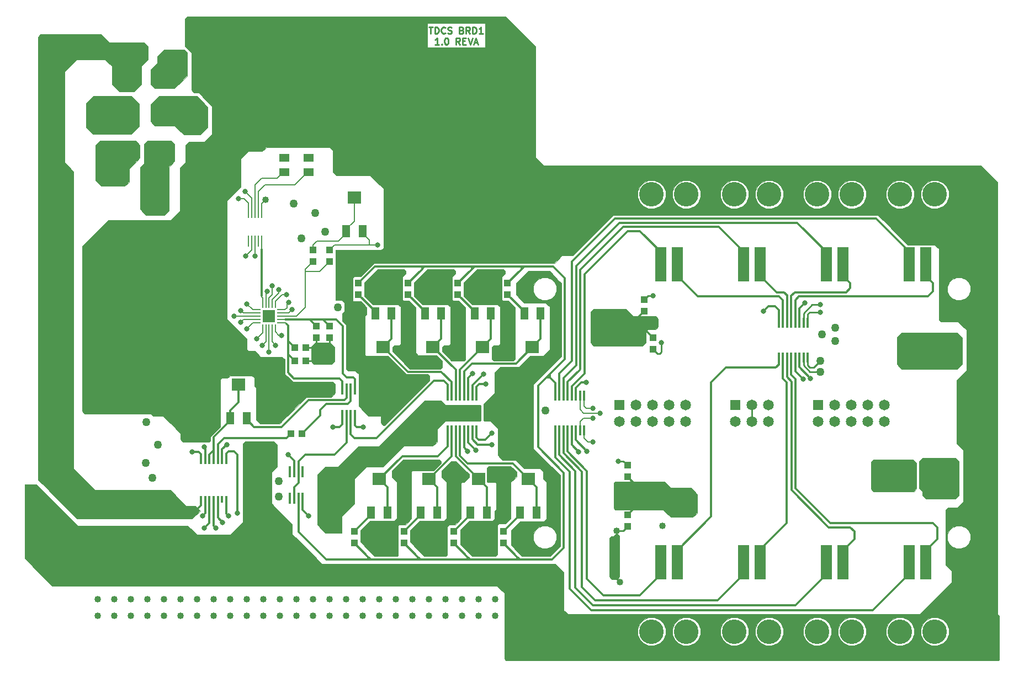
<source format=gtl>
G04 (created by PCBNEW (2013-mar-13)-testing) date Sun 30 Mar 2014 08:45:37 PM PDT*
%MOIN*%
G04 Gerber Fmt 3.4, Leading zero omitted, Abs format*
%FSLAX34Y34*%
G01*
G70*
G90*
G04 APERTURE LIST*
%ADD10C,0.005906*%
%ADD11C,0.010000*%
%ADD12C,0.040000*%
%ADD13R,0.064961X0.064961*%
%ADD14C,0.064961*%
%ADD15R,0.065000X0.210000*%
%ADD16C,0.148000*%
%ADD17R,0.039370X0.043307*%
%ADD18R,0.043307X0.039370*%
%ADD19C,0.110236*%
%ADD20R,0.062992X0.049213*%
%ADD21R,0.009843X0.070866*%
%ADD22R,0.051181X0.074803*%
%ADD23R,0.078740X0.074803*%
%ADD24R,0.014173X0.062992*%
%ADD25O,0.039370X0.009843*%
%ADD26O,0.009843X0.039370*%
%ADD27R,0.074803X0.074803*%
%ADD28R,0.015748X0.066929*%
%ADD29R,0.013780X0.039370*%
%ADD30C,0.032000*%
%ADD31C,0.050000*%
%ADD32C,0.016000*%
%ADD33C,0.008000*%
%ADD34C,0.014000*%
%ADD35C,0.001000*%
G04 APERTURE END LIST*
G54D10*
G54D11*
X89502Y-19680D02*
X89730Y-19680D01*
X89616Y-20080D02*
X89616Y-19680D01*
X89864Y-20080D02*
X89864Y-19680D01*
X89959Y-19680D01*
X90016Y-19700D01*
X90054Y-19738D01*
X90073Y-19776D01*
X90092Y-19852D01*
X90092Y-19909D01*
X90073Y-19985D01*
X90054Y-20023D01*
X90016Y-20061D01*
X89959Y-20080D01*
X89864Y-20080D01*
X90492Y-20042D02*
X90473Y-20061D01*
X90416Y-20080D01*
X90378Y-20080D01*
X90321Y-20061D01*
X90283Y-20023D01*
X90264Y-19985D01*
X90245Y-19909D01*
X90245Y-19852D01*
X90264Y-19776D01*
X90283Y-19738D01*
X90321Y-19700D01*
X90378Y-19680D01*
X90416Y-19680D01*
X90473Y-19700D01*
X90492Y-19719D01*
X90645Y-20061D02*
X90702Y-20080D01*
X90797Y-20080D01*
X90835Y-20061D01*
X90854Y-20042D01*
X90873Y-20004D01*
X90873Y-19966D01*
X90854Y-19928D01*
X90835Y-19909D01*
X90797Y-19890D01*
X90721Y-19871D01*
X90683Y-19852D01*
X90664Y-19833D01*
X90645Y-19795D01*
X90645Y-19757D01*
X90664Y-19719D01*
X90683Y-19700D01*
X90721Y-19680D01*
X90816Y-19680D01*
X90873Y-19700D01*
X91483Y-19871D02*
X91540Y-19890D01*
X91559Y-19909D01*
X91578Y-19947D01*
X91578Y-20004D01*
X91559Y-20042D01*
X91540Y-20061D01*
X91502Y-20080D01*
X91350Y-20080D01*
X91350Y-19680D01*
X91483Y-19680D01*
X91521Y-19700D01*
X91540Y-19719D01*
X91559Y-19757D01*
X91559Y-19795D01*
X91540Y-19833D01*
X91521Y-19852D01*
X91483Y-19871D01*
X91350Y-19871D01*
X91978Y-20080D02*
X91845Y-19890D01*
X91750Y-20080D02*
X91750Y-19680D01*
X91902Y-19680D01*
X91940Y-19700D01*
X91959Y-19719D01*
X91978Y-19757D01*
X91978Y-19814D01*
X91959Y-19852D01*
X91940Y-19871D01*
X91902Y-19890D01*
X91750Y-19890D01*
X92150Y-20080D02*
X92150Y-19680D01*
X92245Y-19680D01*
X92302Y-19700D01*
X92340Y-19738D01*
X92359Y-19776D01*
X92378Y-19852D01*
X92378Y-19909D01*
X92359Y-19985D01*
X92340Y-20023D01*
X92302Y-20061D01*
X92245Y-20080D01*
X92150Y-20080D01*
X92759Y-20080D02*
X92530Y-20080D01*
X92645Y-20080D02*
X92645Y-19680D01*
X92607Y-19738D01*
X92569Y-19776D01*
X92530Y-19795D01*
X90102Y-20740D02*
X89873Y-20740D01*
X89988Y-20740D02*
X89988Y-20340D01*
X89950Y-20398D01*
X89911Y-20436D01*
X89873Y-20455D01*
X90273Y-20702D02*
X90292Y-20721D01*
X90273Y-20740D01*
X90254Y-20721D01*
X90273Y-20702D01*
X90273Y-20740D01*
X90540Y-20340D02*
X90578Y-20340D01*
X90616Y-20360D01*
X90635Y-20379D01*
X90654Y-20417D01*
X90673Y-20493D01*
X90673Y-20588D01*
X90654Y-20664D01*
X90635Y-20702D01*
X90616Y-20721D01*
X90578Y-20740D01*
X90540Y-20740D01*
X90502Y-20721D01*
X90483Y-20702D01*
X90464Y-20664D01*
X90445Y-20588D01*
X90445Y-20493D01*
X90464Y-20417D01*
X90483Y-20379D01*
X90502Y-20360D01*
X90540Y-20340D01*
X91378Y-20740D02*
X91245Y-20550D01*
X91150Y-20740D02*
X91150Y-20340D01*
X91302Y-20340D01*
X91340Y-20360D01*
X91359Y-20379D01*
X91378Y-20417D01*
X91378Y-20474D01*
X91359Y-20512D01*
X91340Y-20531D01*
X91302Y-20550D01*
X91150Y-20550D01*
X91550Y-20531D02*
X91683Y-20531D01*
X91740Y-20740D02*
X91550Y-20740D01*
X91550Y-20340D01*
X91740Y-20340D01*
X91854Y-20340D02*
X91988Y-20740D01*
X92121Y-20340D01*
X92235Y-20626D02*
X92426Y-20626D01*
X92197Y-20740D02*
X92330Y-20340D01*
X92464Y-20740D01*
G54D12*
X69500Y-55250D03*
X69500Y-54250D03*
X70500Y-55250D03*
X70500Y-54250D03*
X71500Y-55250D03*
X71500Y-54250D03*
X72500Y-55250D03*
X72500Y-54250D03*
X73500Y-55250D03*
X73500Y-54250D03*
X74500Y-55250D03*
X74500Y-54250D03*
X75500Y-55250D03*
X75500Y-54250D03*
X76500Y-55250D03*
X76500Y-54250D03*
X77500Y-55250D03*
X77500Y-54250D03*
X78500Y-55250D03*
X78500Y-54250D03*
X79500Y-55250D03*
X79500Y-54250D03*
X80500Y-55250D03*
X80500Y-54250D03*
X81500Y-55250D03*
X81500Y-54250D03*
X82500Y-55250D03*
X82500Y-54250D03*
X83500Y-55250D03*
X83500Y-54250D03*
X84500Y-55250D03*
X84500Y-54250D03*
X85500Y-55250D03*
X85500Y-54250D03*
X86500Y-55250D03*
X86500Y-54250D03*
X87500Y-55250D03*
X87500Y-54250D03*
X88500Y-55250D03*
X88500Y-54250D03*
X89500Y-55250D03*
X89500Y-54250D03*
X90500Y-55250D03*
X90500Y-54250D03*
X91500Y-55250D03*
X91500Y-54250D03*
X92500Y-55250D03*
X92500Y-54250D03*
X93500Y-55250D03*
X93500Y-54250D03*
G54D13*
X101000Y-42500D03*
G54D14*
X101000Y-43500D03*
X102000Y-42500D03*
X102000Y-43500D03*
X103000Y-42500D03*
X103000Y-43500D03*
X104000Y-42500D03*
X104000Y-43500D03*
X105000Y-42500D03*
X105000Y-43500D03*
G54D13*
X113000Y-42500D03*
G54D14*
X113000Y-43500D03*
X114000Y-42500D03*
X114000Y-43500D03*
X115000Y-42500D03*
X115000Y-43500D03*
X116000Y-42500D03*
X116000Y-43500D03*
X117000Y-42500D03*
X117000Y-43500D03*
G54D13*
X108000Y-42500D03*
G54D14*
X109000Y-42500D03*
X108000Y-43500D03*
X109000Y-43500D03*
X110000Y-42500D03*
X110000Y-43500D03*
G54D13*
X118500Y-38750D03*
G54D14*
X118500Y-39750D03*
X119500Y-38750D03*
X119500Y-39750D03*
G54D13*
X118500Y-46250D03*
G54D14*
X118500Y-47250D03*
X119500Y-46250D03*
X119500Y-47250D03*
G54D15*
X103500Y-34000D03*
X104500Y-34000D03*
G54D16*
X102950Y-29790D03*
X105050Y-29790D03*
G54D15*
X119500Y-52000D03*
X118500Y-52000D03*
G54D16*
X120050Y-56210D03*
X117950Y-56210D03*
G54D15*
X109500Y-52000D03*
X108500Y-52000D03*
G54D16*
X110050Y-56210D03*
X107950Y-56210D03*
G54D15*
X104500Y-52000D03*
X103500Y-52000D03*
G54D16*
X105050Y-56210D03*
X102950Y-56210D03*
G54D15*
X118500Y-34000D03*
X119500Y-34000D03*
G54D16*
X117950Y-29790D03*
X120050Y-29790D03*
G54D15*
X113500Y-34000D03*
X114500Y-34000D03*
G54D16*
X112950Y-29790D03*
X115050Y-29790D03*
G54D15*
X114500Y-52000D03*
X113500Y-52000D03*
G54D16*
X115050Y-56210D03*
X112950Y-56210D03*
G54D15*
X108500Y-34000D03*
X109500Y-34000D03*
G54D16*
X107950Y-29790D03*
X110050Y-29790D03*
G54D17*
X83500Y-33165D03*
X83500Y-33834D03*
G54D18*
X81415Y-39850D03*
X82084Y-39850D03*
G54D17*
X83500Y-37765D03*
X83500Y-38434D03*
X103050Y-39134D03*
X103050Y-38465D03*
X101500Y-46165D03*
X101500Y-46834D03*
X102500Y-36165D03*
X102500Y-36834D03*
X101500Y-49834D03*
X101500Y-49165D03*
X82500Y-33834D03*
X82500Y-33165D03*
G54D18*
X82084Y-39050D03*
X81415Y-39050D03*
G54D17*
X82700Y-38434D03*
X82700Y-37765D03*
G54D18*
X81834Y-44250D03*
X81165Y-44250D03*
G54D17*
X94000Y-50165D03*
X94000Y-50834D03*
X91000Y-50165D03*
X91000Y-50834D03*
X88000Y-50165D03*
X88000Y-50834D03*
X85000Y-50165D03*
X85000Y-50834D03*
X85250Y-35834D03*
X85250Y-35165D03*
X88250Y-35834D03*
X88250Y-35165D03*
X91250Y-35834D03*
X91250Y-35165D03*
X94250Y-35834D03*
X94250Y-35165D03*
G54D19*
X71250Y-27244D03*
X71250Y-25000D03*
X71250Y-22755D03*
X73415Y-27244D03*
X73415Y-25000D03*
X73415Y-22755D03*
G54D20*
X80771Y-27566D03*
X80771Y-28433D03*
X82228Y-27566D03*
X82228Y-28433D03*
G54D21*
X79393Y-30883D03*
X79196Y-30883D03*
X79000Y-30883D03*
X78803Y-30883D03*
X78606Y-30883D03*
X78606Y-32616D03*
X78803Y-32616D03*
X79000Y-32616D03*
X79196Y-32616D03*
X79393Y-32616D03*
G54D22*
X84507Y-32003D03*
X85492Y-32003D03*
G54D23*
X85000Y-29996D03*
G54D22*
X77507Y-43303D03*
X78492Y-43303D03*
G54D23*
X78000Y-41296D03*
G54D22*
X95007Y-49003D03*
X95992Y-49003D03*
G54D23*
X95500Y-46996D03*
G54D22*
X92007Y-49003D03*
X92992Y-49003D03*
G54D23*
X92500Y-46996D03*
G54D22*
X89007Y-49003D03*
X89992Y-49003D03*
G54D23*
X89500Y-46996D03*
G54D22*
X86007Y-49003D03*
X86992Y-49003D03*
G54D23*
X86500Y-46996D03*
G54D22*
X87242Y-36996D03*
X86257Y-36996D03*
G54D23*
X86750Y-39003D03*
G54D22*
X90242Y-36996D03*
X89257Y-36996D03*
G54D23*
X89750Y-39003D03*
G54D22*
X93242Y-36996D03*
X92257Y-36996D03*
G54D23*
X92750Y-39003D03*
G54D22*
X96242Y-36996D03*
X95257Y-36996D03*
G54D23*
X95750Y-39003D03*
G54D24*
X111625Y-39643D03*
X112125Y-39643D03*
X111875Y-39643D03*
X112375Y-39643D03*
X111375Y-39643D03*
X110875Y-39643D03*
X111125Y-39643D03*
X110625Y-39643D03*
X110625Y-37556D03*
X111125Y-37556D03*
X110875Y-37556D03*
X111375Y-37556D03*
X112375Y-37556D03*
X111875Y-37556D03*
X112125Y-37556D03*
X111625Y-37556D03*
X98125Y-44043D03*
X98625Y-44043D03*
X98375Y-44043D03*
X98875Y-44043D03*
X97875Y-44043D03*
X97375Y-44043D03*
X97625Y-44043D03*
X97125Y-44043D03*
X97125Y-41956D03*
X97625Y-41956D03*
X97375Y-41956D03*
X97875Y-41956D03*
X98875Y-41956D03*
X98375Y-41956D03*
X98625Y-41956D03*
X98125Y-41956D03*
X91625Y-44043D03*
X92125Y-44043D03*
X91875Y-44043D03*
X92375Y-44043D03*
X91375Y-44043D03*
X90875Y-44043D03*
X91125Y-44043D03*
X90625Y-44043D03*
X90625Y-41956D03*
X91125Y-41956D03*
X90875Y-41956D03*
X91375Y-41956D03*
X92375Y-41956D03*
X91875Y-41956D03*
X92125Y-41956D03*
X91625Y-41956D03*
G54D25*
X79180Y-37346D03*
X79180Y-37150D03*
X79180Y-36756D03*
X79180Y-36953D03*
X79180Y-37543D03*
X80519Y-36756D03*
X80519Y-37346D03*
X80519Y-37543D03*
X80519Y-37150D03*
X80519Y-36953D03*
G54D26*
X80046Y-37819D03*
X79850Y-37819D03*
X79456Y-37819D03*
X79653Y-37819D03*
X80243Y-37819D03*
X79456Y-36480D03*
X80046Y-36480D03*
X80243Y-36480D03*
X79850Y-36480D03*
X79653Y-36480D03*
G54D27*
X79850Y-37150D03*
G54D28*
X81372Y-46542D03*
X81116Y-46542D03*
X81627Y-46542D03*
X81883Y-46542D03*
X81883Y-48157D03*
X81627Y-48157D03*
X81116Y-48157D03*
X81372Y-48157D03*
X84777Y-43157D03*
X85033Y-43157D03*
X84522Y-43157D03*
X84266Y-43157D03*
X84266Y-41542D03*
X84522Y-41542D03*
X85033Y-41542D03*
X84777Y-41542D03*
G54D29*
X76500Y-45868D03*
X76755Y-45868D03*
X77267Y-45868D03*
X77011Y-45868D03*
X75988Y-45868D03*
X76244Y-45868D03*
X75732Y-45868D03*
X77267Y-48231D03*
X76755Y-48231D03*
X77011Y-48231D03*
X75988Y-48231D03*
X75732Y-48231D03*
X76244Y-48231D03*
X76500Y-48231D03*
G54D30*
X78400Y-29600D03*
X78000Y-30050D03*
X77950Y-49050D03*
X75950Y-49950D03*
X76650Y-49950D03*
X77050Y-49600D03*
X77400Y-49200D03*
X92800Y-40650D03*
X92950Y-41250D03*
X93300Y-44200D03*
X93300Y-44900D03*
X78500Y-37900D03*
X79100Y-38500D03*
X79450Y-38900D03*
X78500Y-36400D03*
X78150Y-36800D03*
X77750Y-37150D03*
X78150Y-37500D03*
X81025Y-36325D03*
X80050Y-35300D03*
X81250Y-36750D03*
X99850Y-43000D03*
X99400Y-42700D03*
X99400Y-44750D03*
X99400Y-43300D03*
X113150Y-36450D03*
X113150Y-36900D03*
G54D31*
X113150Y-39850D03*
X113150Y-40500D03*
X117450Y-46750D03*
X116650Y-47250D03*
X116650Y-46250D03*
G54D12*
X69800Y-25750D03*
X69300Y-25000D03*
X69800Y-24250D03*
G54D31*
X121250Y-51850D03*
X121200Y-49200D03*
X121800Y-42450D03*
X121950Y-31450D03*
X122550Y-28750D03*
X97500Y-29050D03*
X87850Y-32200D03*
X90900Y-32400D03*
X90650Y-29700D03*
X65700Y-51050D03*
X72300Y-50750D03*
X74350Y-50800D03*
X94800Y-56350D03*
X96250Y-54300D03*
X97600Y-56150D03*
X99850Y-56050D03*
X92100Y-50750D03*
X93100Y-50750D03*
X78550Y-23550D03*
X89950Y-35000D03*
X89200Y-35700D03*
X92300Y-35700D03*
X93000Y-35000D03*
X86950Y-35000D03*
X86250Y-35700D03*
X87250Y-51250D03*
X89950Y-50750D03*
X94150Y-46750D03*
X75250Y-34900D03*
X69150Y-34550D03*
X75250Y-39100D03*
X72050Y-41100D03*
X72050Y-33450D03*
X75900Y-27450D03*
X84000Y-36600D03*
X80450Y-48050D03*
X80450Y-47100D03*
X72400Y-46000D03*
X73150Y-44900D03*
X72450Y-43550D03*
X72800Y-46900D03*
X96550Y-42850D03*
X95100Y-43300D03*
X95100Y-42050D03*
X104250Y-48650D03*
X105200Y-48800D03*
X105200Y-48000D03*
X90050Y-43200D03*
X89050Y-43200D03*
X89600Y-42550D03*
G54D12*
X82700Y-39050D03*
X83350Y-39700D03*
G54D31*
X100200Y-37800D03*
X99750Y-38450D03*
X99750Y-37200D03*
X113250Y-38250D03*
X114050Y-37850D03*
X114050Y-38650D03*
X83250Y-32050D03*
X81800Y-32450D03*
X82650Y-30900D03*
X81350Y-30350D03*
X120400Y-39250D03*
X121100Y-39750D03*
X121100Y-38750D03*
G54D12*
X103600Y-49800D03*
X73400Y-30700D03*
X72500Y-29900D03*
X73400Y-29050D03*
X72500Y-28200D03*
G54D30*
X112550Y-40900D03*
X75850Y-49200D03*
X79000Y-33500D03*
X109700Y-36850D03*
X99050Y-45300D03*
X92350Y-45250D03*
X80600Y-38300D03*
X86400Y-32850D03*
X79730Y-35650D03*
G54D32*
X80025Y-37325D03*
X80025Y-36975D03*
X79675Y-37325D03*
X79675Y-36975D03*
G54D30*
X81000Y-45500D03*
G54D12*
X75150Y-25750D03*
X75650Y-25000D03*
X75150Y-24250D03*
G54D30*
X85550Y-43850D03*
X75950Y-45050D03*
X98550Y-45350D03*
X112100Y-40950D03*
X91850Y-45300D03*
X75400Y-48900D03*
G54D12*
X79650Y-30100D03*
X101050Y-53200D03*
X100850Y-50100D03*
X70650Y-21500D03*
G54D30*
X103050Y-35900D03*
G54D12*
X71850Y-21500D03*
G54D30*
X78450Y-33500D03*
X80900Y-35850D03*
X80450Y-35550D03*
G54D12*
X74450Y-21750D03*
X73700Y-21750D03*
X74450Y-22500D03*
G54D30*
X82250Y-49200D03*
X83700Y-43850D03*
X77300Y-44900D03*
X99000Y-41150D03*
X112200Y-36350D03*
X92150Y-40600D03*
G54D31*
X120300Y-46750D03*
X120950Y-46150D03*
X120950Y-47700D03*
G54D12*
X69950Y-28550D03*
X69800Y-27800D03*
G54D30*
X100950Y-45900D03*
X103550Y-38750D03*
X79850Y-39300D03*
X80250Y-38900D03*
X75200Y-45350D03*
G54D33*
X78803Y-30883D02*
X78803Y-30003D01*
X78803Y-30003D02*
X78400Y-29600D01*
X78803Y-30003D02*
X78400Y-29600D01*
X78606Y-30306D02*
X78350Y-30050D01*
X78350Y-30050D02*
X78000Y-30050D01*
X78606Y-30306D02*
X78606Y-30883D01*
G54D34*
X84777Y-43157D02*
X84777Y-44277D01*
X86350Y-44500D02*
X87100Y-43750D01*
X85000Y-44500D02*
X86350Y-44500D01*
X84777Y-44277D02*
X85000Y-44500D01*
X90625Y-41275D02*
X90625Y-41956D01*
X90400Y-41050D02*
X90625Y-41275D01*
X89800Y-41050D02*
X90400Y-41050D01*
X87100Y-43750D02*
X89800Y-41050D01*
X76755Y-45868D02*
X76755Y-44894D01*
X80915Y-44500D02*
X81165Y-44250D01*
X77150Y-44500D02*
X80915Y-44500D01*
X76755Y-44894D02*
X77150Y-44500D01*
X77507Y-43303D02*
X77507Y-42842D01*
X78000Y-42350D02*
X78000Y-41296D01*
X77507Y-42842D02*
X78000Y-42350D01*
X76244Y-45868D02*
X76244Y-45505D01*
X76244Y-45505D02*
X76500Y-45250D01*
X76500Y-45868D02*
X76500Y-45250D01*
X76500Y-45250D02*
X76500Y-44450D01*
X77507Y-43442D02*
X77507Y-43303D01*
X76500Y-44450D02*
X77507Y-43442D01*
X77267Y-45868D02*
X77267Y-45432D01*
X77950Y-45500D02*
X77950Y-49050D01*
X77750Y-45300D02*
X77950Y-45500D01*
X77400Y-45300D02*
X77750Y-45300D01*
X77267Y-45432D02*
X77400Y-45300D01*
X76244Y-49655D02*
X75950Y-49950D01*
X76244Y-49655D02*
X76244Y-48231D01*
X76500Y-49800D02*
X76650Y-49950D01*
X76500Y-48231D02*
X76500Y-49800D01*
X76755Y-49305D02*
X77050Y-49600D01*
X76755Y-49305D02*
X76755Y-48231D01*
X77267Y-49067D02*
X77400Y-49200D01*
X77267Y-48231D02*
X77267Y-49067D01*
X85850Y-51850D02*
X85850Y-51700D01*
X86000Y-51850D02*
X85850Y-51850D01*
X85850Y-51850D02*
X83300Y-51850D01*
X81627Y-50177D02*
X81627Y-48157D01*
X83300Y-51850D02*
X81627Y-50177D01*
X96800Y-40650D02*
X96800Y-40850D01*
X96600Y-40850D02*
X96800Y-40650D01*
X96800Y-40850D02*
X96600Y-40850D01*
X97125Y-41956D02*
X97125Y-41175D01*
X97125Y-41175D02*
X96700Y-40750D01*
X95100Y-34150D02*
X95100Y-34300D01*
X94250Y-35165D02*
X94250Y-35150D01*
X94250Y-35150D02*
X95100Y-34300D01*
X95100Y-34300D02*
X95250Y-34150D01*
X94850Y-51850D02*
X94850Y-51700D01*
X94000Y-50834D02*
X94000Y-50850D01*
X94000Y-50850D02*
X94850Y-51700D01*
X94850Y-51700D02*
X95000Y-51850D01*
X94950Y-34150D02*
X95100Y-34150D01*
X95100Y-34150D02*
X95250Y-34150D01*
X95250Y-34150D02*
X97000Y-34150D01*
X92250Y-34150D02*
X94950Y-34150D01*
X96950Y-51850D02*
X95000Y-51850D01*
X95000Y-51850D02*
X94850Y-51850D01*
X94850Y-51850D02*
X93950Y-51850D01*
X97650Y-51150D02*
X96950Y-51850D01*
X97650Y-46600D02*
X97650Y-51150D01*
X96100Y-45050D02*
X97650Y-46600D01*
X96100Y-41350D02*
X96100Y-43000D01*
X96100Y-43000D02*
X96100Y-45050D01*
X97700Y-39750D02*
X96800Y-40650D01*
X96800Y-40650D02*
X96700Y-40750D01*
X96700Y-40750D02*
X96100Y-41350D01*
X97700Y-34850D02*
X97700Y-39750D01*
X97000Y-34150D02*
X97700Y-34850D01*
X92100Y-34150D02*
X92100Y-34300D01*
X89100Y-34150D02*
X89100Y-34300D01*
X91850Y-51850D02*
X91850Y-51700D01*
X88850Y-51850D02*
X88850Y-51700D01*
X91250Y-35165D02*
X91250Y-35150D01*
X91250Y-35150D02*
X92100Y-34300D01*
X92100Y-34300D02*
X92250Y-34150D01*
X88250Y-35165D02*
X88250Y-35150D01*
X88250Y-35150D02*
X89100Y-34300D01*
X89100Y-34300D02*
X89150Y-34250D01*
X89150Y-34250D02*
X89250Y-34150D01*
X85250Y-35165D02*
X85250Y-35150D01*
X86250Y-34150D02*
X89100Y-34150D01*
X89100Y-34150D02*
X89050Y-34150D01*
X89050Y-34150D02*
X89250Y-34150D01*
X89250Y-34150D02*
X92100Y-34150D01*
X92100Y-34150D02*
X92250Y-34150D01*
X85250Y-35150D02*
X86250Y-34150D01*
X91000Y-50834D02*
X91000Y-50850D01*
X91000Y-50850D02*
X91850Y-51700D01*
X91850Y-51700D02*
X91850Y-51700D01*
X91850Y-51700D02*
X92000Y-51850D01*
X88000Y-50834D02*
X88000Y-50850D01*
X88000Y-50850D02*
X88850Y-51700D01*
X88850Y-51700D02*
X89000Y-51850D01*
X85000Y-50834D02*
X85000Y-50850D01*
X85000Y-50850D02*
X85850Y-51700D01*
X86000Y-51850D02*
X88750Y-51850D01*
X88750Y-51850D02*
X88850Y-51850D01*
X88850Y-51850D02*
X89000Y-51850D01*
X89000Y-51850D02*
X91750Y-51850D01*
X91750Y-51850D02*
X91700Y-51850D01*
X91700Y-51850D02*
X91850Y-51850D01*
X91850Y-51850D02*
X92000Y-51850D01*
X92000Y-51850D02*
X93950Y-51850D01*
X93950Y-51850D02*
X94050Y-51850D01*
X85850Y-51700D02*
X86000Y-51850D01*
X91625Y-41956D02*
X91625Y-40475D01*
X94753Y-40000D02*
X95750Y-39003D01*
X92100Y-40000D02*
X94753Y-40000D01*
X91625Y-40475D02*
X92100Y-40000D01*
X96242Y-36996D02*
X96242Y-38511D01*
X96242Y-38511D02*
X95750Y-39003D01*
X93242Y-36996D02*
X93242Y-38511D01*
X93242Y-38511D02*
X92750Y-39003D01*
X91375Y-41956D02*
X91375Y-40378D01*
X91375Y-40378D02*
X92750Y-39003D01*
X90242Y-36996D02*
X90242Y-38511D01*
X90242Y-38511D02*
X89750Y-39003D01*
X91125Y-41956D02*
X91125Y-40378D01*
X91125Y-40378D02*
X89750Y-39003D01*
X87242Y-36996D02*
X87242Y-38511D01*
X87242Y-38511D02*
X86750Y-39003D01*
X90875Y-41956D02*
X90875Y-41125D01*
X88246Y-40500D02*
X86750Y-39003D01*
X90250Y-40500D02*
X88246Y-40500D01*
X90875Y-41125D02*
X90250Y-40500D01*
X86992Y-49003D02*
X86992Y-47488D01*
X86992Y-47488D02*
X86500Y-46996D01*
X90625Y-44043D02*
X90625Y-45025D01*
X87896Y-45600D02*
X86500Y-46996D01*
X90050Y-45600D02*
X87896Y-45600D01*
X90625Y-45025D02*
X90050Y-45600D01*
X89992Y-49003D02*
X89992Y-47488D01*
X89992Y-47488D02*
X89500Y-46996D01*
X90875Y-44043D02*
X90875Y-45621D01*
X90875Y-45621D02*
X89500Y-46996D01*
X92992Y-49003D02*
X92992Y-47488D01*
X92992Y-47488D02*
X92500Y-46996D01*
X91125Y-44043D02*
X91125Y-45621D01*
X91125Y-45621D02*
X92500Y-46996D01*
X95992Y-49003D02*
X95992Y-47488D01*
X95992Y-47488D02*
X95500Y-46996D01*
X91375Y-44043D02*
X91375Y-45575D01*
X94553Y-46050D02*
X95500Y-46996D01*
X91850Y-46050D02*
X94553Y-46050D01*
X91375Y-45575D02*
X91850Y-46050D01*
X78492Y-43303D02*
X78492Y-43392D01*
X84522Y-42077D02*
X84522Y-41542D01*
X84400Y-42200D02*
X84522Y-42077D01*
X82250Y-42200D02*
X84400Y-42200D01*
X80600Y-43850D02*
X82250Y-42200D01*
X78950Y-43850D02*
X80600Y-43850D01*
X78492Y-43392D02*
X78950Y-43850D01*
X92125Y-41325D02*
X92800Y-40650D01*
X92125Y-41325D02*
X92125Y-41956D01*
X92375Y-41425D02*
X92375Y-41956D01*
X92550Y-41250D02*
X92950Y-41250D01*
X92375Y-41425D02*
X92550Y-41250D01*
X92375Y-44475D02*
X92375Y-44043D01*
X92900Y-44600D02*
X93300Y-44200D01*
X92500Y-44600D02*
X92900Y-44600D01*
X92375Y-44475D02*
X92500Y-44600D01*
X92125Y-44575D02*
X92125Y-44043D01*
X92450Y-44900D02*
X93300Y-44900D01*
X92125Y-44575D02*
X92450Y-44900D01*
X81834Y-44250D02*
X81850Y-44250D01*
X84777Y-42272D02*
X84777Y-41542D01*
X84600Y-42450D02*
X84777Y-42272D01*
X83300Y-42450D02*
X84600Y-42450D01*
X82950Y-42800D02*
X83300Y-42450D01*
X82950Y-43150D02*
X82950Y-42800D01*
X81850Y-44250D02*
X82950Y-43150D01*
X81627Y-46542D02*
X81627Y-45922D01*
X84522Y-44777D02*
X84522Y-43157D01*
X83800Y-45500D02*
X84522Y-44777D01*
X82050Y-45500D02*
X83800Y-45500D01*
X81627Y-45922D02*
X82050Y-45500D01*
X81372Y-48157D02*
X81372Y-47477D01*
X81627Y-47222D02*
X81627Y-46542D01*
X81372Y-47477D02*
X81627Y-47222D01*
G54D33*
X79456Y-36480D02*
X79456Y-36056D01*
X79456Y-36056D02*
X79393Y-35993D01*
X79393Y-33100D02*
X79393Y-32616D01*
X79393Y-35993D02*
X79393Y-35900D01*
G54D34*
X79393Y-35900D02*
X79393Y-33100D01*
G54D33*
X78856Y-37543D02*
X78500Y-37900D01*
X79180Y-37543D02*
X78856Y-37543D01*
X79456Y-38143D02*
X79100Y-38500D01*
X79456Y-38143D02*
X79456Y-37819D01*
X79653Y-38696D02*
X79450Y-38900D01*
X79653Y-37819D02*
X79653Y-38696D01*
X78856Y-36756D02*
X78500Y-36400D01*
X79180Y-36756D02*
X78856Y-36756D01*
X78303Y-36953D02*
X78150Y-36800D01*
X78303Y-36953D02*
X79180Y-36953D01*
X77750Y-37150D02*
X79180Y-37150D01*
X78303Y-37346D02*
X78150Y-37500D01*
X78303Y-37346D02*
X79180Y-37346D01*
X80818Y-36756D02*
X80925Y-36650D01*
X80925Y-36650D02*
X80925Y-36425D01*
X80925Y-36425D02*
X81025Y-36325D01*
X80519Y-36756D02*
X80818Y-36756D01*
X79850Y-36050D02*
X80050Y-35850D01*
X80050Y-35850D02*
X80050Y-35300D01*
X79850Y-36480D02*
X79850Y-36050D01*
X82050Y-34450D02*
X82900Y-34450D01*
X83500Y-33850D02*
X83500Y-33834D01*
X82900Y-34450D02*
X83500Y-33850D01*
X80519Y-37150D02*
X81500Y-37150D01*
X82500Y-33850D02*
X82500Y-33834D01*
X82050Y-34300D02*
X82500Y-33850D01*
X82050Y-36600D02*
X82050Y-34450D01*
X82050Y-34450D02*
X82050Y-34300D01*
X81500Y-37150D02*
X82050Y-36600D01*
X81046Y-36953D02*
X81250Y-36750D01*
X80519Y-36953D02*
X81046Y-36953D01*
G54D34*
X81415Y-39850D02*
X81400Y-39850D01*
X81400Y-39850D02*
X81000Y-39450D01*
X81415Y-39050D02*
X81400Y-39050D01*
X81400Y-39050D02*
X81000Y-38650D01*
G54D33*
X80519Y-37543D02*
X80843Y-37543D01*
G54D34*
X81000Y-37700D02*
X81000Y-38650D01*
X81000Y-38650D02*
X81000Y-39450D01*
X81000Y-39450D02*
X81000Y-40550D01*
X84266Y-41066D02*
X84266Y-41542D01*
X84100Y-40900D02*
X84266Y-41066D01*
X81350Y-40900D02*
X84100Y-40900D01*
X81000Y-40550D02*
X81350Y-40900D01*
G54D33*
X80843Y-37543D02*
X80900Y-37600D01*
G54D34*
X80900Y-37600D02*
X81000Y-37700D01*
X83500Y-37765D02*
X83500Y-37750D01*
X83100Y-37350D02*
X83100Y-37346D01*
X83500Y-37750D02*
X83100Y-37350D01*
X82700Y-37765D02*
X82700Y-37750D01*
X82300Y-37350D02*
X82300Y-37346D01*
X82700Y-37750D02*
X82300Y-37350D01*
X80850Y-37346D02*
X82300Y-37346D01*
X82300Y-37346D02*
X83100Y-37346D01*
X83100Y-37346D02*
X83900Y-37346D01*
X83900Y-37346D02*
X83900Y-37350D01*
X85033Y-40933D02*
X85033Y-41542D01*
X84950Y-40850D02*
X85033Y-40933D01*
X84550Y-40850D02*
X84950Y-40850D01*
X84300Y-40600D02*
X84550Y-40850D01*
X84300Y-37750D02*
X84300Y-40600D01*
X83900Y-37350D02*
X84300Y-37750D01*
G54D33*
X80519Y-37346D02*
X80850Y-37346D01*
X98625Y-41956D02*
X98625Y-42775D01*
X98850Y-43000D02*
X99850Y-43000D01*
X98625Y-42775D02*
X98850Y-43000D01*
X98875Y-42575D02*
X99000Y-42700D01*
X99000Y-42700D02*
X99400Y-42700D01*
X98875Y-41956D02*
X98875Y-42575D01*
X98875Y-44043D02*
X98875Y-44525D01*
X99100Y-44750D02*
X99400Y-44750D01*
X98875Y-44525D02*
X99100Y-44750D01*
X98625Y-44043D02*
X98625Y-43525D01*
X98850Y-43300D02*
X99400Y-43300D01*
X98625Y-43525D02*
X98850Y-43300D01*
G54D11*
X112125Y-36975D02*
X112650Y-36450D01*
X112650Y-36450D02*
X113150Y-36450D01*
X112125Y-36975D02*
X112125Y-37556D01*
X112375Y-37025D02*
X112500Y-36900D01*
X112500Y-36900D02*
X113150Y-36900D01*
X112375Y-37025D02*
X112375Y-37556D01*
X112750Y-40250D02*
X113150Y-39850D01*
X112500Y-40250D02*
X112750Y-40250D01*
X112375Y-40125D02*
X112500Y-40250D01*
X112375Y-40125D02*
X112375Y-39643D01*
X112500Y-40500D02*
X113150Y-40500D01*
X112125Y-40125D02*
X112500Y-40500D01*
X112125Y-40125D02*
X112125Y-39643D01*
X109000Y-42500D02*
X109000Y-43500D01*
G54D34*
X98900Y-40600D02*
X98900Y-34600D01*
X98900Y-34600D02*
X99500Y-34000D01*
X98125Y-41956D02*
X98125Y-41375D01*
X103500Y-33250D02*
X103500Y-34000D01*
X99500Y-34000D02*
X101500Y-32000D01*
X101500Y-32000D02*
X102250Y-32000D01*
X102250Y-32000D02*
X103500Y-33250D01*
X98125Y-41375D02*
X98900Y-40600D01*
X98650Y-40350D02*
X98650Y-34350D01*
X98650Y-34350D02*
X99250Y-33750D01*
X97875Y-41956D02*
X97875Y-41125D01*
X97875Y-41125D02*
X98600Y-40400D01*
X98600Y-40400D02*
X98650Y-40350D01*
X108500Y-33250D02*
X108500Y-34000D01*
X99250Y-33750D02*
X101250Y-31750D01*
X101250Y-31750D02*
X107000Y-31750D01*
X107000Y-31750D02*
X108500Y-33250D01*
X98400Y-40100D02*
X98400Y-34100D01*
X98400Y-34100D02*
X99000Y-33500D01*
X97625Y-41956D02*
X97625Y-40875D01*
X97625Y-40875D02*
X98400Y-40100D01*
X113500Y-33250D02*
X113500Y-34000D01*
X99000Y-33500D02*
X101000Y-31500D01*
X101000Y-31500D02*
X111750Y-31500D01*
X111750Y-31500D02*
X113500Y-33250D01*
X98150Y-39850D02*
X98150Y-33850D01*
X98150Y-33850D02*
X98750Y-33250D01*
X97375Y-41956D02*
X97375Y-40625D01*
X97375Y-40625D02*
X98150Y-39850D01*
X118500Y-33250D02*
X118500Y-34000D01*
X98750Y-33250D02*
X100750Y-31250D01*
X100750Y-31250D02*
X116500Y-31250D01*
X116500Y-31250D02*
X118500Y-33250D01*
X97875Y-44043D02*
X97875Y-45325D01*
X103500Y-52750D02*
X103500Y-52000D01*
X102250Y-54000D02*
X103500Y-52750D01*
X100050Y-54000D02*
X102250Y-54000D01*
X99050Y-53000D02*
X100050Y-54000D01*
X99050Y-46500D02*
X99050Y-53000D01*
X97875Y-45325D02*
X99050Y-46500D01*
X97625Y-44043D02*
X97625Y-45425D01*
X108500Y-52750D02*
X108500Y-52000D01*
X106950Y-54300D02*
X108500Y-52750D01*
X99550Y-54300D02*
X106950Y-54300D01*
X98750Y-53500D02*
X99550Y-54300D01*
X98750Y-46550D02*
X98750Y-53500D01*
X97625Y-45425D02*
X98750Y-46550D01*
X97375Y-44043D02*
X97375Y-45525D01*
X113500Y-52750D02*
X113500Y-52000D01*
X111650Y-54600D02*
X113500Y-52750D01*
X99400Y-54600D02*
X111650Y-54600D01*
X98350Y-53550D02*
X99400Y-54600D01*
X98350Y-46500D02*
X98350Y-53550D01*
X97375Y-45525D02*
X98350Y-46500D01*
X97125Y-44043D02*
X97125Y-45675D01*
X118500Y-52700D02*
X118500Y-52000D01*
X116300Y-54900D02*
X118500Y-52700D01*
X99300Y-54900D02*
X116300Y-54900D01*
X98000Y-53600D02*
X99300Y-54900D01*
X98000Y-46550D02*
X98000Y-53600D01*
X97125Y-45675D02*
X98000Y-46550D01*
X110875Y-37556D02*
X110875Y-36175D01*
X110875Y-36175D02*
X110650Y-35950D01*
X104500Y-34000D02*
X104500Y-34700D01*
X110875Y-36175D02*
X110875Y-36956D01*
X110650Y-35950D02*
X110875Y-36175D01*
X105750Y-35950D02*
X110650Y-35950D01*
X104500Y-34700D02*
X105750Y-35950D01*
X111125Y-37556D02*
X111125Y-35875D01*
X111125Y-35875D02*
X110950Y-35700D01*
X109500Y-34000D02*
X109500Y-34700D01*
X111125Y-35875D02*
X111125Y-36956D01*
X110950Y-35700D02*
X111125Y-35875D01*
X110500Y-35700D02*
X110950Y-35700D01*
X109500Y-34700D02*
X110500Y-35700D01*
X111375Y-37556D02*
X111375Y-35925D01*
X111375Y-35925D02*
X111600Y-35700D01*
X111375Y-36956D02*
X111375Y-35925D01*
X114500Y-34700D02*
X114500Y-34000D01*
X114950Y-35150D02*
X114500Y-34700D01*
X114950Y-35450D02*
X114950Y-35150D01*
X114700Y-35700D02*
X114950Y-35450D01*
X111600Y-35700D02*
X114700Y-35700D01*
X111375Y-35925D02*
X111600Y-35700D01*
X111625Y-37556D02*
X111625Y-36175D01*
X111625Y-36175D02*
X111850Y-35950D01*
X111625Y-36956D02*
X111625Y-36175D01*
X119500Y-34700D02*
X119500Y-34000D01*
X119950Y-35150D02*
X119500Y-34700D01*
X119950Y-35200D02*
X119950Y-35150D01*
X119950Y-35650D02*
X119950Y-35200D01*
X119650Y-35950D02*
X119950Y-35650D01*
X111850Y-35950D02*
X119650Y-35950D01*
X111625Y-36175D02*
X111850Y-35950D01*
X104500Y-52000D02*
X104500Y-51300D01*
X110625Y-40075D02*
X110625Y-39643D01*
X110450Y-40250D02*
X110625Y-40075D01*
X107450Y-40250D02*
X110450Y-40250D01*
X106550Y-41150D02*
X107450Y-40250D01*
X106550Y-49250D02*
X106550Y-41150D01*
X104500Y-51300D02*
X106550Y-49250D01*
X109500Y-52000D02*
X109500Y-51250D01*
X110875Y-40925D02*
X110875Y-39643D01*
X111100Y-41150D02*
X110875Y-40925D01*
X111100Y-49650D02*
X111100Y-41150D01*
X109500Y-51250D02*
X111100Y-49650D01*
X111125Y-39643D02*
X111125Y-40825D01*
X114500Y-51300D02*
X114500Y-52000D01*
X115200Y-50600D02*
X114500Y-51300D01*
X115200Y-50150D02*
X115200Y-50600D01*
X114950Y-49900D02*
X115200Y-50150D01*
X113650Y-49900D02*
X114950Y-49900D01*
X111400Y-47650D02*
X113650Y-49900D01*
X111400Y-41100D02*
X111400Y-47650D01*
X111125Y-40825D02*
X111400Y-41100D01*
X111375Y-40675D02*
X111375Y-39643D01*
X119500Y-52000D02*
X119500Y-51300D01*
X111650Y-40950D02*
X111375Y-40675D01*
X111650Y-47550D02*
X111650Y-40950D01*
X113750Y-49650D02*
X111650Y-47550D01*
X119950Y-49650D02*
X113750Y-49650D01*
X120200Y-49900D02*
X119950Y-49650D01*
X120200Y-50600D02*
X120200Y-49900D01*
X119500Y-51300D02*
X120200Y-50600D01*
X118500Y-46250D02*
X117950Y-46250D01*
X117950Y-46250D02*
X117450Y-46750D01*
X118500Y-46250D02*
X116650Y-46250D01*
G54D11*
X71250Y-25000D02*
X70550Y-25000D01*
X70550Y-25000D02*
X69800Y-25750D01*
X70550Y-25000D02*
X69800Y-24250D01*
G54D34*
X121250Y-51850D02*
X121350Y-51850D01*
X121650Y-49200D02*
X121200Y-49200D01*
X122450Y-48400D02*
X121650Y-49200D01*
X122450Y-43100D02*
X122450Y-48400D01*
X121800Y-42450D02*
X122450Y-43100D01*
X121950Y-29350D02*
X121950Y-31450D01*
X122550Y-28750D02*
X121950Y-29350D01*
X94300Y-29050D02*
X97500Y-29050D01*
X92550Y-27300D02*
X94300Y-29050D01*
X90500Y-27300D02*
X92550Y-27300D01*
X89950Y-27850D02*
X90500Y-27300D01*
X89950Y-30100D02*
X89950Y-27850D01*
X87850Y-32200D02*
X89950Y-30100D01*
X90900Y-29950D02*
X90900Y-32400D01*
X90650Y-29700D02*
X90900Y-29950D01*
X66200Y-51550D02*
X65700Y-51050D01*
X71500Y-51550D02*
X66200Y-51550D01*
X72300Y-50750D02*
X71500Y-51550D01*
X76300Y-52750D02*
X74350Y-50800D01*
X93900Y-52750D02*
X76300Y-52750D01*
X94550Y-53400D02*
X93900Y-52750D01*
X94550Y-56100D02*
X94550Y-53400D01*
X94800Y-56350D02*
X94550Y-56100D01*
X96250Y-54800D02*
X96250Y-54300D01*
X97600Y-56150D02*
X96250Y-54800D01*
X101200Y-57400D02*
X99850Y-56050D01*
X120900Y-57400D02*
X101200Y-57400D01*
X121700Y-56600D02*
X120900Y-57400D01*
X121700Y-52200D02*
X121700Y-56600D01*
X121350Y-51850D02*
X121700Y-52200D01*
X92100Y-50750D02*
X93100Y-50750D01*
X75900Y-27450D02*
X78550Y-24800D01*
X78550Y-24800D02*
X78550Y-23550D01*
X89950Y-35000D02*
X89250Y-35700D01*
X89250Y-35700D02*
X89200Y-35700D01*
X92300Y-35700D02*
X93000Y-35000D01*
X86950Y-35000D02*
X86250Y-35700D01*
X75900Y-27450D02*
X75900Y-31800D01*
X69500Y-34900D02*
X75250Y-34900D01*
X69150Y-34550D02*
X69500Y-34900D01*
X74050Y-39100D02*
X75250Y-39100D01*
X72050Y-41100D02*
X74050Y-39100D01*
X74250Y-33450D02*
X72050Y-33450D01*
X75900Y-31800D02*
X74250Y-33450D01*
X104400Y-48000D02*
X104400Y-48500D01*
X104400Y-48500D02*
X104250Y-48650D01*
X101500Y-49165D02*
X101500Y-49150D01*
X105050Y-48650D02*
X105200Y-48800D01*
X102000Y-48650D02*
X105050Y-48650D01*
X101500Y-49150D02*
X102000Y-48650D01*
X101500Y-46834D02*
X101500Y-46850D01*
X102650Y-48000D02*
X104400Y-48000D01*
X104400Y-48000D02*
X105200Y-48000D01*
X101500Y-46850D02*
X102650Y-48000D01*
G54D11*
X83350Y-39700D02*
X83100Y-39450D01*
G54D34*
X101400Y-37950D02*
X101850Y-37500D01*
X100350Y-37950D02*
X100200Y-37800D01*
X101400Y-37950D02*
X100350Y-37950D01*
X101850Y-37500D02*
X100050Y-37500D01*
X103050Y-38465D02*
X103050Y-38450D01*
X100250Y-37950D02*
X99750Y-38450D01*
X102550Y-37950D02*
X100250Y-37950D01*
X103050Y-38450D02*
X102550Y-37950D01*
X102500Y-36834D02*
X102500Y-36850D01*
X100050Y-37500D02*
X99750Y-37200D01*
X102500Y-36850D02*
X101850Y-37500D01*
X119500Y-39750D02*
X121100Y-39750D01*
G54D11*
X82700Y-38434D02*
X82700Y-39050D01*
X82700Y-39050D02*
X83100Y-39450D01*
X83100Y-39450D02*
X83500Y-39050D01*
X83500Y-39050D02*
X83500Y-38434D01*
X82084Y-39050D02*
X82700Y-39050D01*
X82700Y-39850D02*
X82084Y-39850D01*
X83100Y-39450D02*
X82700Y-39850D01*
X82700Y-39050D02*
X83100Y-39450D01*
X73415Y-27244D02*
X73415Y-28984D01*
X73415Y-28984D02*
X72500Y-29900D01*
X73415Y-27244D02*
X73415Y-27284D01*
X73415Y-27284D02*
X72500Y-28200D01*
G54D34*
X111875Y-39643D02*
X111875Y-40225D01*
X111875Y-40225D02*
X112550Y-40900D01*
X75988Y-48231D02*
X75988Y-49061D01*
X75988Y-49061D02*
X75850Y-49200D01*
G54D33*
X79000Y-32616D02*
X79000Y-33500D01*
G54D34*
X110625Y-37556D02*
X110625Y-36775D01*
X110000Y-36550D02*
X109700Y-36850D01*
X110400Y-36550D02*
X110000Y-36550D01*
X110625Y-36775D02*
X110400Y-36550D01*
X98375Y-44043D02*
X98375Y-44625D01*
X98375Y-44625D02*
X99050Y-45300D01*
X91875Y-44043D02*
X91875Y-44775D01*
X91875Y-44775D02*
X92350Y-45250D01*
G54D33*
X80243Y-37819D02*
X80243Y-38093D01*
X80450Y-38300D02*
X80600Y-38300D01*
X80243Y-38093D02*
X80450Y-38300D01*
X85492Y-32003D02*
X85492Y-32142D01*
X85900Y-32550D02*
X85900Y-32850D01*
X85492Y-32142D02*
X85900Y-32550D01*
X83500Y-33165D02*
X83500Y-33150D01*
X83800Y-32850D02*
X85900Y-32850D01*
X85900Y-32850D02*
X86400Y-32850D01*
X83500Y-33150D02*
X83800Y-32850D01*
X79653Y-36480D02*
X79653Y-35726D01*
X79653Y-35726D02*
X79730Y-35650D01*
X79850Y-37150D02*
X80025Y-37325D01*
X79850Y-37150D02*
X80025Y-36975D01*
X79850Y-37150D02*
X79675Y-37325D01*
X79850Y-37150D02*
X79675Y-36975D01*
G54D34*
X81372Y-45872D02*
X81372Y-46542D01*
X81372Y-45872D02*
X81000Y-45500D01*
G54D11*
X73415Y-25000D02*
X75650Y-25000D01*
X73415Y-25000D02*
X74400Y-25000D01*
X74400Y-25000D02*
X75150Y-24250D01*
G54D34*
X85033Y-43733D02*
X85150Y-43850D01*
X85150Y-43850D02*
X85550Y-43850D01*
X85033Y-43157D02*
X85033Y-43733D01*
X75988Y-45868D02*
X75988Y-45088D01*
G54D33*
X75988Y-45088D02*
X75950Y-45050D01*
G54D34*
X98125Y-44925D02*
X98550Y-45350D01*
X98125Y-44043D02*
X98125Y-44925D01*
X111625Y-40475D02*
X112100Y-40950D01*
X111625Y-39643D02*
X111625Y-40475D01*
X91625Y-44043D02*
X91625Y-45075D01*
X91625Y-45075D02*
X91850Y-45300D01*
G54D33*
X79393Y-30883D02*
X79393Y-30356D01*
X79393Y-30356D02*
X79650Y-30100D01*
G54D11*
X100850Y-53000D02*
X101050Y-53200D01*
X100850Y-50100D02*
X100850Y-53000D01*
X103050Y-35900D02*
X102750Y-35900D01*
X102500Y-36150D02*
X102500Y-36165D01*
X102750Y-35900D02*
X102500Y-36150D01*
X101500Y-49850D02*
X101500Y-49834D01*
X101250Y-50100D02*
X101500Y-49850D01*
X100850Y-50100D02*
X101250Y-50100D01*
X70650Y-21500D02*
X66700Y-21500D01*
X71250Y-22100D02*
X70650Y-21500D01*
X66700Y-21500D02*
X66450Y-21750D01*
X75250Y-49050D02*
X75400Y-48900D01*
X66450Y-21750D02*
X66450Y-47050D01*
X66450Y-47050D02*
X68450Y-49050D01*
X68450Y-49050D02*
X75250Y-49050D01*
X71250Y-22755D02*
X71250Y-22100D01*
X71250Y-22100D02*
X71850Y-21500D01*
G54D33*
X78803Y-33146D02*
X78450Y-33500D01*
X78803Y-32616D02*
X78803Y-33146D01*
G54D34*
X75732Y-48567D02*
X75400Y-48900D01*
X75732Y-48231D02*
X75732Y-48567D01*
G54D33*
X80243Y-36256D02*
X80650Y-35850D01*
X80650Y-35850D02*
X80900Y-35850D01*
X80243Y-36480D02*
X80243Y-36256D01*
X80046Y-36153D02*
X80450Y-35750D01*
X80450Y-35750D02*
X80450Y-35550D01*
X80046Y-36480D02*
X80046Y-36153D01*
G54D11*
X73415Y-22755D02*
X73415Y-22034D01*
X73415Y-22034D02*
X73700Y-21750D01*
G54D34*
X81883Y-48833D02*
X82250Y-49200D01*
X81883Y-48833D02*
X81883Y-48157D01*
X84266Y-43683D02*
X84100Y-43850D01*
X84100Y-43850D02*
X83700Y-43850D01*
X84266Y-43683D02*
X84266Y-43157D01*
X77011Y-45188D02*
X77300Y-44900D01*
X77011Y-45868D02*
X77011Y-45188D01*
X98375Y-41475D02*
X98700Y-41150D01*
X98375Y-41956D02*
X98375Y-41475D01*
X98700Y-41150D02*
X99000Y-41150D01*
X111875Y-36675D02*
X112200Y-36350D01*
X111875Y-37556D02*
X111875Y-36675D01*
X91875Y-40875D02*
X92150Y-40600D01*
X91875Y-41956D02*
X91875Y-40875D01*
X119500Y-46250D02*
X120850Y-46250D01*
X120850Y-46250D02*
X120950Y-46150D01*
G54D11*
X103550Y-38750D02*
X103550Y-39300D01*
X103315Y-39400D02*
X103050Y-39134D01*
X103450Y-39400D02*
X103315Y-39400D01*
X103550Y-39300D02*
X103450Y-39400D01*
X100950Y-45900D02*
X101250Y-45900D01*
X101500Y-46150D02*
X101500Y-46165D01*
X101250Y-45900D02*
X101500Y-46150D01*
X71250Y-27244D02*
X70355Y-27244D01*
X70355Y-27244D02*
X69800Y-27800D01*
G54D33*
X79850Y-37819D02*
X79850Y-39300D01*
X80046Y-37819D02*
X80046Y-38696D01*
X80046Y-38696D02*
X80250Y-38900D01*
X84507Y-32003D02*
X84507Y-31892D01*
X85000Y-31400D02*
X85000Y-29996D01*
X84507Y-31892D02*
X85000Y-31400D01*
X82500Y-33165D02*
X82500Y-32850D01*
X84507Y-32142D02*
X84507Y-32003D01*
X84050Y-32600D02*
X84507Y-32142D01*
X82750Y-32600D02*
X84050Y-32600D01*
X82500Y-32850D02*
X82750Y-32600D01*
G54D34*
X86257Y-36996D02*
X86257Y-36842D01*
X86257Y-36842D02*
X85250Y-35834D01*
X86007Y-49003D02*
X86007Y-49157D01*
X86007Y-49157D02*
X85000Y-50165D01*
X89007Y-49003D02*
X89007Y-49157D01*
X89007Y-49157D02*
X88000Y-50165D01*
X92007Y-49003D02*
X92007Y-49157D01*
X92007Y-49157D02*
X91000Y-50165D01*
X92257Y-36996D02*
X92257Y-36842D01*
X92257Y-36842D02*
X91250Y-35834D01*
X95257Y-36996D02*
X95257Y-36842D01*
X95257Y-36842D02*
X94250Y-35834D01*
X89257Y-36996D02*
X89257Y-36842D01*
X89257Y-36842D02*
X88250Y-35834D01*
X75732Y-45482D02*
X75600Y-45350D01*
X75600Y-45350D02*
X75200Y-45350D01*
X75732Y-45868D02*
X75732Y-45482D01*
X95007Y-49003D02*
X95007Y-49157D01*
X95007Y-49157D02*
X94000Y-50165D01*
G54D33*
X79196Y-30883D02*
X79196Y-29603D01*
X82166Y-28433D02*
X82228Y-28433D01*
X81400Y-29200D02*
X82166Y-28433D01*
X79600Y-29200D02*
X81400Y-29200D01*
X79196Y-29603D02*
X79600Y-29200D01*
X79000Y-30883D02*
X79000Y-29200D01*
X80716Y-28433D02*
X80771Y-28433D01*
X80350Y-28800D02*
X80716Y-28433D01*
X79400Y-28800D02*
X80350Y-28800D01*
X79000Y-29200D02*
X79400Y-28800D01*
G54D10*
G36*
X92645Y-43447D02*
X92597Y-43495D01*
X90497Y-43495D01*
X89995Y-43997D01*
X89995Y-44747D01*
X89747Y-44995D01*
X87997Y-44995D01*
X86747Y-46245D01*
X85747Y-46245D01*
X84995Y-46997D01*
X84995Y-48497D01*
X84245Y-49247D01*
X84245Y-50245D01*
X83252Y-50245D01*
X82755Y-49747D01*
X82755Y-46752D01*
X83252Y-46255D01*
X84002Y-46255D01*
X85252Y-45005D01*
X86502Y-45005D01*
X89252Y-42255D01*
X90247Y-42255D01*
X90497Y-42505D01*
X92597Y-42505D01*
X92645Y-42552D01*
X92645Y-43447D01*
X92645Y-43447D01*
G37*
G54D35*
X92645Y-43447D02*
X92597Y-43495D01*
X90497Y-43495D01*
X89995Y-43997D01*
X89995Y-44747D01*
X89747Y-44995D01*
X87997Y-44995D01*
X86747Y-46245D01*
X85747Y-46245D01*
X84995Y-46997D01*
X84995Y-48497D01*
X84245Y-49247D01*
X84245Y-50245D01*
X83252Y-50245D01*
X82755Y-49747D01*
X82755Y-46752D01*
X83252Y-46255D01*
X84002Y-46255D01*
X85252Y-45005D01*
X86502Y-45005D01*
X89252Y-42255D01*
X90247Y-42255D01*
X90497Y-42505D01*
X92597Y-42505D01*
X92645Y-42552D01*
X92645Y-43447D01*
G54D10*
G36*
X75692Y-48900D02*
X75346Y-49246D01*
X75197Y-49395D01*
X72000Y-49395D01*
X69250Y-49395D01*
X68450Y-49395D01*
X68252Y-49395D01*
X67303Y-48446D01*
X66253Y-47396D01*
X65905Y-47047D01*
X65905Y-20301D01*
X66052Y-20105D01*
X66600Y-20105D01*
X69500Y-20105D01*
X69650Y-20105D01*
X69697Y-20105D01*
X70197Y-20605D01*
X71250Y-20605D01*
X71300Y-20605D01*
X72297Y-20605D01*
X72545Y-20852D01*
X72545Y-21647D01*
X72145Y-22047D01*
X72145Y-23147D01*
X71697Y-23595D01*
X70802Y-23595D01*
X70355Y-23147D01*
X70355Y-22047D01*
X69952Y-21645D01*
X68550Y-21645D01*
X68247Y-21645D01*
X67495Y-22397D01*
X67495Y-27852D01*
X68045Y-28402D01*
X68045Y-46352D01*
X69347Y-47655D01*
X71100Y-47655D01*
X73750Y-47655D01*
X73897Y-47655D01*
X74346Y-48103D01*
X74746Y-48503D01*
X74847Y-48605D01*
X75397Y-48605D01*
X75692Y-48900D01*
X75692Y-48900D01*
G37*
G54D35*
X75692Y-48900D02*
X75346Y-49246D01*
X75197Y-49395D01*
X72000Y-49395D01*
X69250Y-49395D01*
X68450Y-49395D01*
X68252Y-49395D01*
X67303Y-48446D01*
X66253Y-47396D01*
X65905Y-47047D01*
X65905Y-20301D01*
X66052Y-20105D01*
X66600Y-20105D01*
X69500Y-20105D01*
X69650Y-20105D01*
X69697Y-20105D01*
X70197Y-20605D01*
X71250Y-20605D01*
X71300Y-20605D01*
X72297Y-20605D01*
X72545Y-20852D01*
X72545Y-21647D01*
X72145Y-22047D01*
X72145Y-23147D01*
X71697Y-23595D01*
X70802Y-23595D01*
X70355Y-23147D01*
X70355Y-22047D01*
X69952Y-21645D01*
X68550Y-21645D01*
X68247Y-21645D01*
X67495Y-22397D01*
X67495Y-27852D01*
X68045Y-28402D01*
X68045Y-46352D01*
X69347Y-47655D01*
X71100Y-47655D01*
X73750Y-47655D01*
X73897Y-47655D01*
X74346Y-48103D01*
X74746Y-48503D01*
X74847Y-48605D01*
X75397Y-48605D01*
X75692Y-48900D01*
G54D10*
G36*
X74895Y-22647D02*
X74147Y-23395D01*
X72952Y-23395D01*
X72705Y-23147D01*
X72705Y-22252D01*
X73105Y-21852D01*
X73105Y-21452D01*
X73502Y-21055D01*
X74747Y-21055D01*
X74895Y-21202D01*
X74895Y-22647D01*
X74895Y-22647D01*
G37*
G54D35*
X74895Y-22647D02*
X74147Y-23395D01*
X72952Y-23395D01*
X72705Y-23147D01*
X72705Y-22252D01*
X73105Y-21852D01*
X73105Y-21452D01*
X73502Y-21055D01*
X74747Y-21055D01*
X74895Y-21202D01*
X74895Y-22647D01*
G54D10*
G36*
X76145Y-25747D02*
X75697Y-26195D01*
X74702Y-26195D01*
X74152Y-25645D01*
X73200Y-25645D01*
X72952Y-25645D01*
X72705Y-25397D01*
X72705Y-25050D01*
X72705Y-25000D01*
X72705Y-24800D01*
X72705Y-24352D01*
X73202Y-23855D01*
X75497Y-23855D01*
X76145Y-24502D01*
X76145Y-25747D01*
X76145Y-25747D01*
G37*
G54D35*
X76145Y-25747D02*
X75697Y-26195D01*
X74702Y-26195D01*
X74152Y-25645D01*
X73200Y-25645D01*
X72952Y-25645D01*
X72705Y-25397D01*
X72705Y-25050D01*
X72705Y-25000D01*
X72705Y-24800D01*
X72705Y-24352D01*
X73202Y-23855D01*
X75497Y-23855D01*
X76145Y-24502D01*
X76145Y-25747D01*
G54D10*
G36*
X71995Y-25697D02*
X71547Y-26145D01*
X69202Y-26145D01*
X68805Y-25747D01*
X68805Y-24302D01*
X69252Y-23855D01*
X71547Y-23855D01*
X71995Y-24302D01*
X71995Y-25000D01*
X71995Y-25650D01*
X71995Y-25697D01*
X71995Y-25697D01*
G37*
G54D35*
X71995Y-25697D02*
X71547Y-26145D01*
X69202Y-26145D01*
X68805Y-25747D01*
X68805Y-24302D01*
X69252Y-23855D01*
X71547Y-23855D01*
X71995Y-24302D01*
X71995Y-25000D01*
X71995Y-25650D01*
X71995Y-25697D01*
G54D10*
G36*
X72045Y-27597D02*
X71796Y-27846D01*
X71395Y-28247D01*
X71395Y-29047D01*
X71147Y-29295D01*
X69702Y-29295D01*
X69355Y-28947D01*
X69355Y-26852D01*
X69652Y-26555D01*
X71797Y-26555D01*
X72045Y-26802D01*
X72045Y-27597D01*
X72045Y-27597D01*
G37*
G54D35*
X72045Y-27597D02*
X71796Y-27846D01*
X71395Y-28247D01*
X71395Y-29047D01*
X71147Y-29295D01*
X69702Y-29295D01*
X69355Y-28947D01*
X69355Y-26852D01*
X69652Y-26555D01*
X71797Y-26555D01*
X72045Y-26802D01*
X72045Y-27597D01*
G54D10*
G36*
X74145Y-27797D02*
X73795Y-28147D01*
X73795Y-30797D01*
X73547Y-31045D01*
X72402Y-31045D01*
X72055Y-30697D01*
X72055Y-28152D01*
X72305Y-27902D01*
X72305Y-26752D01*
X72502Y-26555D01*
X73400Y-26555D01*
X73550Y-26555D01*
X73947Y-26555D01*
X74145Y-26752D01*
X74145Y-27797D01*
X74145Y-27797D01*
G37*
G54D35*
X74145Y-27797D02*
X73795Y-28147D01*
X73795Y-30797D01*
X73547Y-31045D01*
X72402Y-31045D01*
X72055Y-30697D01*
X72055Y-28152D01*
X72305Y-27902D01*
X72305Y-26752D01*
X72502Y-26555D01*
X73400Y-26555D01*
X73550Y-26555D01*
X73947Y-26555D01*
X74145Y-26752D01*
X74145Y-27797D01*
G54D10*
G36*
X83795Y-39897D02*
X83647Y-40045D01*
X82552Y-40045D01*
X82405Y-39897D01*
X82405Y-39100D01*
X82405Y-39002D01*
X82652Y-38755D01*
X83547Y-38755D01*
X83795Y-39002D01*
X83795Y-39897D01*
X83795Y-39897D01*
G37*
G54D35*
X83795Y-39897D02*
X83647Y-40045D01*
X82552Y-40045D01*
X82405Y-39897D01*
X82405Y-39100D01*
X82405Y-39002D01*
X82652Y-38755D01*
X83547Y-38755D01*
X83795Y-39002D01*
X83795Y-39897D01*
G54D10*
G36*
X100995Y-52848D02*
X100896Y-53045D01*
X100700Y-53045D01*
X100552Y-53045D01*
X100405Y-52897D01*
X100405Y-50552D01*
X100502Y-50455D01*
X100652Y-50455D01*
X100802Y-50305D01*
X100897Y-50305D01*
X100995Y-50402D01*
X100995Y-51950D01*
X100995Y-52848D01*
X100995Y-52848D01*
G37*
G54D35*
X100995Y-52848D02*
X100896Y-53045D01*
X100700Y-53045D01*
X100552Y-53045D01*
X100405Y-52897D01*
X100405Y-50552D01*
X100502Y-50455D01*
X100652Y-50455D01*
X100802Y-50305D01*
X100897Y-50305D01*
X100995Y-50402D01*
X100995Y-51950D01*
X100995Y-52848D01*
G54D10*
G36*
X121495Y-47997D02*
X121297Y-48195D01*
X119502Y-48195D01*
X119305Y-47997D01*
X119305Y-47747D01*
X119105Y-47547D01*
X119105Y-47450D01*
X119105Y-45902D01*
X119302Y-45705D01*
X121297Y-45705D01*
X121495Y-45902D01*
X121495Y-47997D01*
X121495Y-47997D01*
G37*
G54D35*
X121495Y-47997D02*
X121297Y-48195D01*
X119502Y-48195D01*
X119305Y-47997D01*
X119305Y-47747D01*
X119105Y-47547D01*
X119105Y-47450D01*
X119105Y-45902D01*
X119302Y-45705D01*
X121297Y-45705D01*
X121495Y-45902D01*
X121495Y-47997D01*
G54D10*
G36*
X118945Y-47548D02*
X118797Y-47745D01*
X118250Y-47745D01*
X116352Y-47745D01*
X116205Y-47597D01*
X116205Y-45952D01*
X116253Y-45903D01*
X116352Y-45805D01*
X118747Y-45805D01*
X118945Y-46002D01*
X118945Y-47548D01*
X118945Y-47548D01*
G37*
G54D35*
X118945Y-47548D02*
X118797Y-47745D01*
X118250Y-47745D01*
X116352Y-47745D01*
X116205Y-47597D01*
X116205Y-45952D01*
X116253Y-45903D01*
X116352Y-45805D01*
X118747Y-45805D01*
X118945Y-46002D01*
X118945Y-47548D01*
G54D10*
G36*
X121695Y-40047D02*
X121397Y-40345D01*
X118052Y-40345D01*
X117755Y-40047D01*
X117755Y-38452D01*
X118052Y-38155D01*
X121397Y-38155D01*
X121695Y-38452D01*
X121695Y-40047D01*
X121695Y-40047D01*
G37*
G54D35*
X121695Y-40047D02*
X121397Y-40345D01*
X118052Y-40345D01*
X117755Y-40047D01*
X117755Y-38452D01*
X118052Y-38155D01*
X121397Y-38155D01*
X121695Y-38452D01*
X121695Y-40047D01*
G54D10*
G36*
X103345Y-37797D02*
X103197Y-37945D01*
X102747Y-37945D01*
X102595Y-38097D01*
X102595Y-38747D01*
X102397Y-38945D01*
X99452Y-38945D01*
X99255Y-38747D01*
X99255Y-36902D01*
X99452Y-36705D01*
X101397Y-36705D01*
X101847Y-37155D01*
X103197Y-37155D01*
X103345Y-37302D01*
X103345Y-37797D01*
X103345Y-37797D01*
G37*
G54D35*
X103345Y-37797D02*
X103197Y-37945D01*
X102747Y-37945D01*
X102595Y-38097D01*
X102595Y-38747D01*
X102397Y-38945D01*
X99452Y-38945D01*
X99255Y-38747D01*
X99255Y-36902D01*
X99452Y-36705D01*
X101397Y-36705D01*
X101847Y-37155D01*
X103197Y-37155D01*
X103345Y-37302D01*
X103345Y-37797D01*
G54D10*
G36*
X105695Y-49047D02*
X105447Y-49295D01*
X104102Y-49295D01*
X103652Y-48845D01*
X101800Y-48845D01*
X100752Y-48845D01*
X100655Y-48747D01*
X100655Y-47500D01*
X100655Y-47252D01*
X100752Y-47155D01*
X102450Y-47155D01*
X103400Y-47155D01*
X103747Y-47155D01*
X104097Y-47505D01*
X105347Y-47505D01*
X105695Y-47901D01*
X105695Y-49047D01*
X105695Y-49047D01*
G37*
G54D35*
X105695Y-49047D02*
X105447Y-49295D01*
X104102Y-49295D01*
X103652Y-48845D01*
X101800Y-48845D01*
X100752Y-48845D01*
X100655Y-48747D01*
X100655Y-47500D01*
X100655Y-47252D01*
X100752Y-47155D01*
X102450Y-47155D01*
X103400Y-47155D01*
X103747Y-47155D01*
X104097Y-47505D01*
X105347Y-47505D01*
X105695Y-47901D01*
X105695Y-49047D01*
G54D10*
G36*
X94795Y-46847D02*
X94445Y-47197D01*
X94445Y-49397D01*
X94147Y-49695D01*
X93747Y-49695D01*
X93645Y-49797D01*
X93645Y-51547D01*
X93547Y-51645D01*
X92102Y-51645D01*
X91405Y-50947D01*
X91405Y-50052D01*
X91952Y-49505D01*
X93352Y-49505D01*
X93455Y-49402D01*
X93455Y-48902D01*
X93555Y-48802D01*
X93555Y-47247D01*
X93502Y-47195D01*
X93052Y-47195D01*
X93005Y-47147D01*
X93005Y-46302D01*
X93102Y-46205D01*
X94447Y-46205D01*
X94795Y-46552D01*
X94795Y-46847D01*
X94795Y-46847D01*
G37*
G54D35*
X94795Y-46847D02*
X94445Y-47197D01*
X94445Y-49397D01*
X94147Y-49695D01*
X93747Y-49695D01*
X93645Y-49797D01*
X93645Y-51547D01*
X93547Y-51645D01*
X92102Y-51645D01*
X91405Y-50947D01*
X91405Y-50052D01*
X91952Y-49505D01*
X93352Y-49505D01*
X93455Y-49402D01*
X93455Y-48902D01*
X93555Y-48802D01*
X93555Y-47247D01*
X93502Y-47195D01*
X93052Y-47195D01*
X93005Y-47147D01*
X93005Y-46302D01*
X93102Y-46205D01*
X94447Y-46205D01*
X94795Y-46552D01*
X94795Y-46847D01*
G54D10*
G36*
X91945Y-46897D02*
X91647Y-47195D01*
X91497Y-47195D01*
X91445Y-47247D01*
X91445Y-49397D01*
X91097Y-49745D01*
X90747Y-49745D01*
X90595Y-49897D01*
X90595Y-50050D01*
X90595Y-51597D01*
X90547Y-51645D01*
X89202Y-51645D01*
X88355Y-50797D01*
X88355Y-50102D01*
X88603Y-49853D01*
X88952Y-49505D01*
X90402Y-49505D01*
X90555Y-49352D01*
X90555Y-47197D01*
X90255Y-46897D01*
X90255Y-46502D01*
X90403Y-46353D01*
X90703Y-46053D01*
X90852Y-45905D01*
X91147Y-45905D01*
X91746Y-46503D01*
X91896Y-46653D01*
X91945Y-46702D01*
X91945Y-46897D01*
X91945Y-46897D01*
G37*
G54D35*
X91945Y-46897D02*
X91647Y-47195D01*
X91497Y-47195D01*
X91445Y-47247D01*
X91445Y-49397D01*
X91097Y-49745D01*
X90747Y-49745D01*
X90595Y-49897D01*
X90595Y-50050D01*
X90595Y-51597D01*
X90547Y-51645D01*
X89202Y-51645D01*
X88355Y-50797D01*
X88355Y-50102D01*
X88603Y-49853D01*
X88952Y-49505D01*
X90402Y-49505D01*
X90555Y-49352D01*
X90555Y-47197D01*
X90255Y-46897D01*
X90255Y-46502D01*
X90403Y-46353D01*
X90703Y-46053D01*
X90852Y-45905D01*
X91147Y-45905D01*
X91746Y-46503D01*
X91896Y-46653D01*
X91945Y-46702D01*
X91945Y-46897D01*
G54D10*
G36*
X90245Y-46047D02*
X89996Y-46296D01*
X89846Y-46446D01*
X89797Y-46495D01*
X89050Y-46495D01*
X88850Y-46495D01*
X88497Y-46495D01*
X88445Y-46547D01*
X88445Y-49397D01*
X88097Y-49745D01*
X87750Y-49745D01*
X87697Y-49745D01*
X87645Y-49797D01*
X87645Y-50100D01*
X87645Y-50300D01*
X87645Y-51597D01*
X87597Y-51645D01*
X86202Y-51645D01*
X85355Y-50797D01*
X85355Y-50102D01*
X85952Y-49505D01*
X87402Y-49505D01*
X87555Y-49352D01*
X87555Y-47197D01*
X87255Y-46897D01*
X87255Y-46502D01*
X87952Y-45805D01*
X90147Y-45805D01*
X90245Y-45902D01*
X90245Y-46047D01*
X90245Y-46047D01*
G37*
G54D35*
X90245Y-46047D02*
X89996Y-46296D01*
X89846Y-46446D01*
X89797Y-46495D01*
X89050Y-46495D01*
X88850Y-46495D01*
X88497Y-46495D01*
X88445Y-46547D01*
X88445Y-49397D01*
X88097Y-49745D01*
X87750Y-49745D01*
X87697Y-49745D01*
X87645Y-49797D01*
X87645Y-50100D01*
X87645Y-50300D01*
X87645Y-51597D01*
X87597Y-51645D01*
X86202Y-51645D01*
X85355Y-50797D01*
X85355Y-50102D01*
X85952Y-49505D01*
X87402Y-49505D01*
X87555Y-49352D01*
X87555Y-47197D01*
X87255Y-46897D01*
X87255Y-46502D01*
X87952Y-45805D01*
X90147Y-45805D01*
X90245Y-45902D01*
X90245Y-46047D01*
G54D10*
G36*
X94695Y-39747D02*
X94597Y-39845D01*
X93402Y-39845D01*
X93305Y-39747D01*
X93305Y-39002D01*
X93402Y-38905D01*
X93702Y-38905D01*
X93805Y-38802D01*
X93805Y-37700D01*
X93805Y-36597D01*
X93652Y-36445D01*
X93500Y-36445D01*
X92107Y-36445D01*
X91605Y-35942D01*
X91605Y-35102D01*
X92402Y-34305D01*
X93997Y-34305D01*
X94095Y-34402D01*
X94095Y-34597D01*
X93895Y-34797D01*
X93895Y-36152D01*
X93947Y-36205D01*
X94297Y-36205D01*
X94695Y-36602D01*
X94695Y-38750D01*
X94695Y-38900D01*
X94695Y-39747D01*
X94695Y-39747D01*
G37*
G54D35*
X94695Y-39747D02*
X94597Y-39845D01*
X93402Y-39845D01*
X93305Y-39747D01*
X93305Y-39002D01*
X93402Y-38905D01*
X93702Y-38905D01*
X93805Y-38802D01*
X93805Y-37700D01*
X93805Y-36597D01*
X93652Y-36445D01*
X93500Y-36445D01*
X92107Y-36445D01*
X91605Y-35942D01*
X91605Y-35102D01*
X92402Y-34305D01*
X93997Y-34305D01*
X94095Y-34402D01*
X94095Y-34597D01*
X93895Y-34797D01*
X93895Y-36152D01*
X93947Y-36205D01*
X94297Y-36205D01*
X94695Y-36602D01*
X94695Y-38750D01*
X94695Y-38900D01*
X94695Y-39747D01*
G54D10*
G36*
X91695Y-39797D02*
X91647Y-39845D01*
X90852Y-39845D01*
X90803Y-39796D01*
X90305Y-39297D01*
X90305Y-39002D01*
X90402Y-38905D01*
X90702Y-38905D01*
X90805Y-38802D01*
X90805Y-36597D01*
X90652Y-36445D01*
X90600Y-36445D01*
X89107Y-36445D01*
X88605Y-35942D01*
X88605Y-35102D01*
X89402Y-34305D01*
X90997Y-34305D01*
X91095Y-34402D01*
X91095Y-34597D01*
X90895Y-34797D01*
X90895Y-36152D01*
X90947Y-36205D01*
X91297Y-36205D01*
X91695Y-36602D01*
X91695Y-37250D01*
X91695Y-38750D01*
X91695Y-38850D01*
X91695Y-39797D01*
X91695Y-39797D01*
G37*
G54D35*
X91695Y-39797D02*
X91647Y-39845D01*
X90852Y-39845D01*
X90803Y-39796D01*
X90305Y-39297D01*
X90305Y-39002D01*
X90402Y-38905D01*
X90702Y-38905D01*
X90805Y-38802D01*
X90805Y-36597D01*
X90652Y-36445D01*
X90600Y-36445D01*
X89107Y-36445D01*
X88605Y-35942D01*
X88605Y-35102D01*
X89402Y-34305D01*
X90997Y-34305D01*
X91095Y-34402D01*
X91095Y-34597D01*
X90895Y-34797D01*
X90895Y-36152D01*
X90947Y-36205D01*
X91297Y-36205D01*
X91695Y-36602D01*
X91695Y-37250D01*
X91695Y-38750D01*
X91695Y-38850D01*
X91695Y-39797D01*
G54D10*
G36*
X90295Y-40247D02*
X90197Y-40345D01*
X88352Y-40345D01*
X87853Y-39846D01*
X87305Y-39297D01*
X87305Y-39002D01*
X87402Y-38905D01*
X87702Y-38905D01*
X87805Y-38802D01*
X87805Y-36597D01*
X87652Y-36445D01*
X86107Y-36445D01*
X85605Y-35942D01*
X85605Y-35102D01*
X86402Y-34305D01*
X87997Y-34305D01*
X88095Y-34402D01*
X88095Y-34597D01*
X87895Y-34797D01*
X87895Y-36152D01*
X87947Y-36205D01*
X88297Y-36205D01*
X88695Y-36602D01*
X88695Y-38750D01*
X88695Y-38900D01*
X88695Y-39352D01*
X88847Y-39505D01*
X89300Y-39505D01*
X89947Y-39505D01*
X89996Y-39553D01*
X90295Y-39852D01*
X90295Y-39900D01*
X90295Y-40247D01*
X90295Y-40247D01*
G37*
G54D35*
X90295Y-40247D02*
X90197Y-40345D01*
X88352Y-40345D01*
X87853Y-39846D01*
X87305Y-39297D01*
X87305Y-39002D01*
X87402Y-38905D01*
X87702Y-38905D01*
X87805Y-38802D01*
X87805Y-36597D01*
X87652Y-36445D01*
X86107Y-36445D01*
X85605Y-35942D01*
X85605Y-35102D01*
X86402Y-34305D01*
X87997Y-34305D01*
X88095Y-34402D01*
X88095Y-34597D01*
X87895Y-34797D01*
X87895Y-36152D01*
X87947Y-36205D01*
X88297Y-36205D01*
X88695Y-36602D01*
X88695Y-38750D01*
X88695Y-38900D01*
X88695Y-39352D01*
X88847Y-39505D01*
X89300Y-39505D01*
X89947Y-39505D01*
X89996Y-39553D01*
X90295Y-39852D01*
X90295Y-39900D01*
X90295Y-40247D01*
G54D10*
G36*
X123945Y-57897D02*
X123897Y-57945D01*
X122195Y-57945D01*
X122195Y-50362D01*
X122195Y-35362D01*
X122090Y-35106D01*
X121894Y-34910D01*
X121638Y-34804D01*
X121362Y-34804D01*
X121106Y-34909D01*
X120910Y-35105D01*
X120895Y-35142D01*
X120895Y-29622D01*
X120766Y-29311D01*
X120529Y-29074D01*
X120218Y-28945D01*
X119882Y-28944D01*
X119571Y-29073D01*
X119334Y-29310D01*
X119205Y-29621D01*
X119204Y-29957D01*
X119333Y-30268D01*
X119570Y-30505D01*
X119881Y-30634D01*
X120217Y-30635D01*
X120528Y-30506D01*
X120765Y-30269D01*
X120894Y-29958D01*
X120895Y-29622D01*
X120895Y-35142D01*
X120804Y-35361D01*
X120804Y-35637D01*
X120909Y-35893D01*
X121105Y-36089D01*
X121361Y-36195D01*
X121637Y-36195D01*
X121893Y-36090D01*
X122089Y-35894D01*
X122195Y-35638D01*
X122195Y-35362D01*
X122195Y-50362D01*
X122090Y-50106D01*
X121894Y-49910D01*
X121638Y-49804D01*
X121362Y-49804D01*
X121106Y-49909D01*
X120910Y-50105D01*
X120804Y-50361D01*
X120804Y-50637D01*
X120909Y-50893D01*
X121105Y-51089D01*
X121361Y-51195D01*
X121637Y-51195D01*
X121893Y-51090D01*
X122089Y-50894D01*
X122195Y-50638D01*
X122195Y-50362D01*
X122195Y-57945D01*
X120895Y-57945D01*
X120895Y-56042D01*
X120766Y-55731D01*
X120529Y-55494D01*
X120218Y-55365D01*
X119882Y-55364D01*
X119571Y-55493D01*
X119334Y-55730D01*
X119205Y-56041D01*
X119204Y-56377D01*
X119333Y-56688D01*
X119570Y-56925D01*
X119881Y-57054D01*
X120217Y-57055D01*
X120528Y-56926D01*
X120765Y-56689D01*
X120894Y-56378D01*
X120895Y-56042D01*
X120895Y-57945D01*
X118795Y-57945D01*
X118795Y-56042D01*
X118666Y-55731D01*
X118429Y-55494D01*
X118118Y-55365D01*
X117782Y-55364D01*
X117471Y-55493D01*
X117234Y-55730D01*
X117105Y-56041D01*
X117104Y-56377D01*
X117233Y-56688D01*
X117470Y-56925D01*
X117781Y-57054D01*
X118117Y-57055D01*
X118428Y-56926D01*
X118665Y-56689D01*
X118794Y-56378D01*
X118795Y-56042D01*
X118795Y-57945D01*
X115895Y-57945D01*
X115895Y-56042D01*
X115766Y-55731D01*
X115529Y-55494D01*
X115218Y-55365D01*
X114882Y-55364D01*
X114571Y-55493D01*
X114334Y-55730D01*
X114205Y-56041D01*
X114204Y-56377D01*
X114333Y-56688D01*
X114570Y-56925D01*
X114881Y-57054D01*
X115217Y-57055D01*
X115528Y-56926D01*
X115765Y-56689D01*
X115894Y-56378D01*
X115895Y-56042D01*
X115895Y-57945D01*
X113795Y-57945D01*
X113795Y-56042D01*
X113666Y-55731D01*
X113429Y-55494D01*
X113118Y-55365D01*
X112782Y-55364D01*
X112471Y-55493D01*
X112234Y-55730D01*
X112105Y-56041D01*
X112104Y-56377D01*
X112233Y-56688D01*
X112470Y-56925D01*
X112781Y-57054D01*
X113117Y-57055D01*
X113428Y-56926D01*
X113665Y-56689D01*
X113794Y-56378D01*
X113795Y-56042D01*
X113795Y-57945D01*
X110895Y-57945D01*
X110895Y-56042D01*
X110766Y-55731D01*
X110529Y-55494D01*
X110218Y-55365D01*
X109882Y-55364D01*
X109571Y-55493D01*
X109334Y-55730D01*
X109205Y-56041D01*
X109204Y-56377D01*
X109333Y-56688D01*
X109570Y-56925D01*
X109881Y-57054D01*
X110217Y-57055D01*
X110528Y-56926D01*
X110765Y-56689D01*
X110894Y-56378D01*
X110895Y-56042D01*
X110895Y-57945D01*
X108795Y-57945D01*
X108795Y-56042D01*
X108666Y-55731D01*
X108429Y-55494D01*
X108118Y-55365D01*
X107782Y-55364D01*
X107471Y-55493D01*
X107234Y-55730D01*
X107105Y-56041D01*
X107104Y-56377D01*
X107233Y-56688D01*
X107470Y-56925D01*
X107781Y-57054D01*
X108117Y-57055D01*
X108428Y-56926D01*
X108665Y-56689D01*
X108794Y-56378D01*
X108795Y-56042D01*
X108795Y-57945D01*
X105895Y-57945D01*
X105895Y-56042D01*
X105766Y-55731D01*
X105529Y-55494D01*
X105218Y-55365D01*
X104882Y-55364D01*
X104571Y-55493D01*
X104334Y-55730D01*
X104205Y-56041D01*
X104204Y-56377D01*
X104333Y-56688D01*
X104570Y-56925D01*
X104881Y-57054D01*
X105217Y-57055D01*
X105528Y-56926D01*
X105765Y-56689D01*
X105894Y-56378D01*
X105895Y-56042D01*
X105895Y-57945D01*
X103795Y-57945D01*
X103795Y-56042D01*
X103666Y-55731D01*
X103429Y-55494D01*
X103118Y-55365D01*
X102782Y-55364D01*
X102471Y-55493D01*
X102234Y-55730D01*
X102105Y-56041D01*
X102104Y-56377D01*
X102233Y-56688D01*
X102470Y-56925D01*
X102781Y-57054D01*
X103117Y-57055D01*
X103428Y-56926D01*
X103665Y-56689D01*
X103794Y-56378D01*
X103795Y-56042D01*
X103795Y-57945D01*
X94152Y-57945D01*
X94055Y-57847D01*
X94055Y-53897D01*
X93602Y-53445D01*
X83300Y-53445D01*
X80150Y-53445D01*
X66752Y-53445D01*
X65105Y-51797D01*
X65105Y-47305D01*
X65250Y-47305D01*
X65797Y-47305D01*
X66796Y-48303D01*
X68046Y-49553D01*
X68297Y-49805D01*
X70000Y-49805D01*
X74947Y-49805D01*
X75497Y-50355D01*
X76750Y-50355D01*
X77502Y-50355D01*
X78255Y-49602D01*
X78255Y-47200D01*
X78255Y-45000D01*
X78255Y-44852D01*
X78353Y-44753D01*
X78402Y-44705D01*
X79450Y-44705D01*
X80147Y-44705D01*
X80345Y-44902D01*
X80345Y-46247D01*
X79995Y-46597D01*
X79995Y-48452D01*
X80146Y-48603D01*
X81245Y-49702D01*
X81245Y-50302D01*
X81896Y-50953D01*
X83047Y-52105D01*
X88450Y-52105D01*
X97147Y-52105D01*
X97645Y-52602D01*
X97645Y-53400D01*
X97645Y-54902D01*
X97897Y-55155D01*
X114200Y-55155D01*
X119152Y-55155D01*
X121055Y-53252D01*
X121055Y-52547D01*
X120705Y-52197D01*
X120705Y-48852D01*
X120852Y-48705D01*
X121402Y-48705D01*
X121653Y-48453D01*
X121755Y-48352D01*
X121755Y-45247D01*
X121355Y-44847D01*
X121355Y-42150D01*
X121355Y-41002D01*
X121955Y-40402D01*
X121955Y-37997D01*
X121452Y-37495D01*
X120402Y-37495D01*
X120305Y-37397D01*
X120305Y-35150D01*
X120305Y-33150D01*
X120305Y-33097D01*
X120052Y-32845D01*
X118795Y-32845D01*
X118795Y-29622D01*
X118666Y-29311D01*
X118429Y-29074D01*
X118118Y-28945D01*
X117782Y-28944D01*
X117471Y-29073D01*
X117234Y-29310D01*
X117105Y-29621D01*
X117104Y-29957D01*
X117233Y-30268D01*
X117470Y-30505D01*
X117781Y-30634D01*
X118117Y-30635D01*
X118428Y-30506D01*
X118665Y-30269D01*
X118794Y-29958D01*
X118795Y-29622D01*
X118795Y-32845D01*
X118402Y-32845D01*
X118203Y-32646D01*
X117053Y-31496D01*
X116602Y-31045D01*
X115895Y-31045D01*
X115895Y-29622D01*
X115766Y-29311D01*
X115529Y-29074D01*
X115218Y-28945D01*
X114882Y-28944D01*
X114571Y-29073D01*
X114334Y-29310D01*
X114205Y-29621D01*
X114204Y-29957D01*
X114333Y-30268D01*
X114570Y-30505D01*
X114881Y-30634D01*
X115217Y-30635D01*
X115528Y-30506D01*
X115765Y-30269D01*
X115894Y-29958D01*
X115895Y-29622D01*
X115895Y-31045D01*
X113795Y-31045D01*
X113795Y-29622D01*
X113666Y-29311D01*
X113429Y-29074D01*
X113118Y-28945D01*
X112782Y-28944D01*
X112471Y-29073D01*
X112234Y-29310D01*
X112105Y-29621D01*
X112104Y-29957D01*
X112233Y-30268D01*
X112470Y-30505D01*
X112781Y-30634D01*
X113117Y-30635D01*
X113428Y-30506D01*
X113665Y-30269D01*
X113794Y-29958D01*
X113795Y-29622D01*
X113795Y-31045D01*
X110895Y-31045D01*
X110895Y-29622D01*
X110766Y-29311D01*
X110529Y-29074D01*
X110218Y-28945D01*
X109882Y-28944D01*
X109571Y-29073D01*
X109334Y-29310D01*
X109205Y-29621D01*
X109204Y-29957D01*
X109333Y-30268D01*
X109570Y-30505D01*
X109881Y-30634D01*
X110217Y-30635D01*
X110528Y-30506D01*
X110765Y-30269D01*
X110894Y-29958D01*
X110895Y-29622D01*
X110895Y-31045D01*
X108795Y-31045D01*
X108795Y-29622D01*
X108666Y-29311D01*
X108429Y-29074D01*
X108118Y-28945D01*
X107782Y-28944D01*
X107471Y-29073D01*
X107234Y-29310D01*
X107105Y-29621D01*
X107104Y-29957D01*
X107233Y-30268D01*
X107470Y-30505D01*
X107781Y-30634D01*
X108117Y-30635D01*
X108428Y-30506D01*
X108665Y-30269D01*
X108794Y-29958D01*
X108795Y-29622D01*
X108795Y-31045D01*
X105895Y-31045D01*
X105895Y-29622D01*
X105766Y-29311D01*
X105529Y-29074D01*
X105218Y-28945D01*
X104882Y-28944D01*
X104571Y-29073D01*
X104334Y-29310D01*
X104205Y-29621D01*
X104204Y-29957D01*
X104333Y-30268D01*
X104570Y-30505D01*
X104881Y-30634D01*
X105217Y-30635D01*
X105528Y-30506D01*
X105765Y-30269D01*
X105894Y-29958D01*
X105895Y-29622D01*
X105895Y-31045D01*
X103795Y-31045D01*
X103795Y-29622D01*
X103666Y-29311D01*
X103429Y-29074D01*
X103118Y-28945D01*
X102782Y-28944D01*
X102471Y-29073D01*
X102234Y-29310D01*
X102105Y-29621D01*
X102104Y-29957D01*
X102233Y-30268D01*
X102470Y-30505D01*
X102781Y-30634D01*
X103117Y-30635D01*
X103428Y-30506D01*
X103665Y-30269D01*
X103794Y-29958D01*
X103795Y-29622D01*
X103795Y-31045D01*
X103700Y-31045D01*
X100647Y-31045D01*
X99546Y-32146D01*
X98896Y-32796D01*
X98197Y-33495D01*
X97950Y-33495D01*
X97547Y-33495D01*
X97097Y-33945D01*
X92900Y-33945D01*
X92900Y-20905D01*
X92900Y-19455D01*
X89399Y-19455D01*
X89399Y-20905D01*
X92900Y-20905D01*
X92900Y-33945D01*
X87200Y-33945D01*
X86197Y-33945D01*
X85696Y-34446D01*
X85397Y-34745D01*
X85300Y-34745D01*
X85150Y-34745D01*
X84997Y-34745D01*
X84895Y-34847D01*
X84895Y-36202D01*
X84947Y-36255D01*
X85000Y-36255D01*
X85397Y-36255D01*
X85745Y-36602D01*
X85745Y-37047D01*
X85645Y-37147D01*
X85645Y-39502D01*
X85697Y-39555D01*
X86350Y-39555D01*
X87047Y-39555D01*
X87096Y-39603D01*
X87896Y-40403D01*
X88147Y-40655D01*
X88200Y-40655D01*
X89447Y-40655D01*
X89545Y-40752D01*
X89545Y-41047D01*
X89196Y-41396D01*
X87996Y-42596D01*
X87296Y-43296D01*
X86847Y-43745D01*
X86752Y-43745D01*
X86605Y-43597D01*
X86605Y-43195D01*
X86250Y-43195D01*
X85852Y-43195D01*
X85255Y-42597D01*
X85255Y-40647D01*
X85052Y-40445D01*
X84602Y-40445D01*
X84505Y-40347D01*
X84505Y-39500D01*
X84505Y-37697D01*
X84453Y-37646D01*
X84255Y-37447D01*
X84255Y-37002D01*
X84405Y-36852D01*
X84405Y-36347D01*
X84252Y-36195D01*
X83855Y-36195D01*
X83855Y-35750D01*
X83855Y-34800D01*
X83855Y-33155D01*
X86200Y-33155D01*
X86602Y-33155D01*
X86653Y-33103D01*
X86755Y-33002D01*
X86755Y-31900D01*
X86755Y-29447D01*
X85952Y-28645D01*
X83902Y-28645D01*
X83705Y-28447D01*
X83705Y-27147D01*
X83502Y-26945D01*
X81850Y-26945D01*
X79697Y-26945D01*
X79447Y-27195D01*
X78597Y-27195D01*
X78246Y-27546D01*
X78145Y-27647D01*
X78145Y-29347D01*
X77546Y-29946D01*
X77295Y-30197D01*
X77295Y-37302D01*
X78096Y-38103D01*
X78495Y-38502D01*
X78495Y-39152D01*
X78597Y-39255D01*
X78997Y-39255D01*
X79347Y-39605D01*
X80200Y-39605D01*
X80647Y-39605D01*
X80746Y-39703D01*
X80795Y-39752D01*
X80795Y-40652D01*
X81298Y-41105D01*
X83697Y-41105D01*
X83845Y-41252D01*
X83845Y-41797D01*
X83696Y-41946D01*
X83597Y-42045D01*
X82097Y-42045D01*
X81696Y-42446D01*
X80646Y-43496D01*
X80497Y-43645D01*
X79302Y-43645D01*
X79103Y-43446D01*
X79055Y-43397D01*
X79055Y-41497D01*
X78955Y-41397D01*
X78955Y-40897D01*
X78853Y-40796D01*
X78802Y-40745D01*
X77600Y-40745D01*
X77497Y-40745D01*
X77347Y-40895D01*
X76997Y-40895D01*
X76895Y-40997D01*
X76895Y-42700D01*
X76895Y-43847D01*
X76295Y-44447D01*
X76295Y-44697D01*
X76247Y-44745D01*
X75700Y-44745D01*
X74652Y-44745D01*
X74505Y-44597D01*
X74505Y-44247D01*
X74053Y-43796D01*
X73452Y-43195D01*
X72852Y-43195D01*
X72702Y-43045D01*
X71800Y-43045D01*
X68702Y-43045D01*
X68555Y-42897D01*
X68555Y-42150D01*
X68555Y-32952D01*
X70152Y-31355D01*
X73250Y-31355D01*
X73902Y-31355D01*
X74455Y-30802D01*
X74455Y-28202D01*
X74805Y-27852D01*
X74805Y-26802D01*
X75002Y-26605D01*
X75952Y-26605D01*
X76405Y-26152D01*
X76405Y-24498D01*
X75602Y-23645D01*
X75302Y-23645D01*
X75155Y-23497D01*
X75155Y-21247D01*
X74755Y-20847D01*
X74755Y-19202D01*
X74902Y-19055D01*
X76750Y-19055D01*
X77550Y-19055D01*
X86750Y-19055D01*
X94147Y-19055D01*
X95945Y-20852D01*
X95945Y-27552D01*
X96447Y-28055D01*
X120050Y-28055D01*
X122847Y-28055D01*
X123845Y-29052D01*
X123845Y-55152D01*
X123945Y-55252D01*
X123945Y-57250D01*
X123945Y-57897D01*
X123945Y-57897D01*
G37*
G54D35*
X123945Y-57897D02*
X123897Y-57945D01*
X122195Y-57945D01*
X122195Y-50362D01*
X122195Y-35362D01*
X122090Y-35106D01*
X121894Y-34910D01*
X121638Y-34804D01*
X121362Y-34804D01*
X121106Y-34909D01*
X120910Y-35105D01*
X120895Y-35142D01*
X120895Y-29622D01*
X120766Y-29311D01*
X120529Y-29074D01*
X120218Y-28945D01*
X119882Y-28944D01*
X119571Y-29073D01*
X119334Y-29310D01*
X119205Y-29621D01*
X119204Y-29957D01*
X119333Y-30268D01*
X119570Y-30505D01*
X119881Y-30634D01*
X120217Y-30635D01*
X120528Y-30506D01*
X120765Y-30269D01*
X120894Y-29958D01*
X120895Y-29622D01*
X120895Y-35142D01*
X120804Y-35361D01*
X120804Y-35637D01*
X120909Y-35893D01*
X121105Y-36089D01*
X121361Y-36195D01*
X121637Y-36195D01*
X121893Y-36090D01*
X122089Y-35894D01*
X122195Y-35638D01*
X122195Y-35362D01*
X122195Y-50362D01*
X122090Y-50106D01*
X121894Y-49910D01*
X121638Y-49804D01*
X121362Y-49804D01*
X121106Y-49909D01*
X120910Y-50105D01*
X120804Y-50361D01*
X120804Y-50637D01*
X120909Y-50893D01*
X121105Y-51089D01*
X121361Y-51195D01*
X121637Y-51195D01*
X121893Y-51090D01*
X122089Y-50894D01*
X122195Y-50638D01*
X122195Y-50362D01*
X122195Y-57945D01*
X120895Y-57945D01*
X120895Y-56042D01*
X120766Y-55731D01*
X120529Y-55494D01*
X120218Y-55365D01*
X119882Y-55364D01*
X119571Y-55493D01*
X119334Y-55730D01*
X119205Y-56041D01*
X119204Y-56377D01*
X119333Y-56688D01*
X119570Y-56925D01*
X119881Y-57054D01*
X120217Y-57055D01*
X120528Y-56926D01*
X120765Y-56689D01*
X120894Y-56378D01*
X120895Y-56042D01*
X120895Y-57945D01*
X118795Y-57945D01*
X118795Y-56042D01*
X118666Y-55731D01*
X118429Y-55494D01*
X118118Y-55365D01*
X117782Y-55364D01*
X117471Y-55493D01*
X117234Y-55730D01*
X117105Y-56041D01*
X117104Y-56377D01*
X117233Y-56688D01*
X117470Y-56925D01*
X117781Y-57054D01*
X118117Y-57055D01*
X118428Y-56926D01*
X118665Y-56689D01*
X118794Y-56378D01*
X118795Y-56042D01*
X118795Y-57945D01*
X115895Y-57945D01*
X115895Y-56042D01*
X115766Y-55731D01*
X115529Y-55494D01*
X115218Y-55365D01*
X114882Y-55364D01*
X114571Y-55493D01*
X114334Y-55730D01*
X114205Y-56041D01*
X114204Y-56377D01*
X114333Y-56688D01*
X114570Y-56925D01*
X114881Y-57054D01*
X115217Y-57055D01*
X115528Y-56926D01*
X115765Y-56689D01*
X115894Y-56378D01*
X115895Y-56042D01*
X115895Y-57945D01*
X113795Y-57945D01*
X113795Y-56042D01*
X113666Y-55731D01*
X113429Y-55494D01*
X113118Y-55365D01*
X112782Y-55364D01*
X112471Y-55493D01*
X112234Y-55730D01*
X112105Y-56041D01*
X112104Y-56377D01*
X112233Y-56688D01*
X112470Y-56925D01*
X112781Y-57054D01*
X113117Y-57055D01*
X113428Y-56926D01*
X113665Y-56689D01*
X113794Y-56378D01*
X113795Y-56042D01*
X113795Y-57945D01*
X110895Y-57945D01*
X110895Y-56042D01*
X110766Y-55731D01*
X110529Y-55494D01*
X110218Y-55365D01*
X109882Y-55364D01*
X109571Y-55493D01*
X109334Y-55730D01*
X109205Y-56041D01*
X109204Y-56377D01*
X109333Y-56688D01*
X109570Y-56925D01*
X109881Y-57054D01*
X110217Y-57055D01*
X110528Y-56926D01*
X110765Y-56689D01*
X110894Y-56378D01*
X110895Y-56042D01*
X110895Y-57945D01*
X108795Y-57945D01*
X108795Y-56042D01*
X108666Y-55731D01*
X108429Y-55494D01*
X108118Y-55365D01*
X107782Y-55364D01*
X107471Y-55493D01*
X107234Y-55730D01*
X107105Y-56041D01*
X107104Y-56377D01*
X107233Y-56688D01*
X107470Y-56925D01*
X107781Y-57054D01*
X108117Y-57055D01*
X108428Y-56926D01*
X108665Y-56689D01*
X108794Y-56378D01*
X108795Y-56042D01*
X108795Y-57945D01*
X105895Y-57945D01*
X105895Y-56042D01*
X105766Y-55731D01*
X105529Y-55494D01*
X105218Y-55365D01*
X104882Y-55364D01*
X104571Y-55493D01*
X104334Y-55730D01*
X104205Y-56041D01*
X104204Y-56377D01*
X104333Y-56688D01*
X104570Y-56925D01*
X104881Y-57054D01*
X105217Y-57055D01*
X105528Y-56926D01*
X105765Y-56689D01*
X105894Y-56378D01*
X105895Y-56042D01*
X105895Y-57945D01*
X103795Y-57945D01*
X103795Y-56042D01*
X103666Y-55731D01*
X103429Y-55494D01*
X103118Y-55365D01*
X102782Y-55364D01*
X102471Y-55493D01*
X102234Y-55730D01*
X102105Y-56041D01*
X102104Y-56377D01*
X102233Y-56688D01*
X102470Y-56925D01*
X102781Y-57054D01*
X103117Y-57055D01*
X103428Y-56926D01*
X103665Y-56689D01*
X103794Y-56378D01*
X103795Y-56042D01*
X103795Y-57945D01*
X94152Y-57945D01*
X94055Y-57847D01*
X94055Y-53897D01*
X93602Y-53445D01*
X83300Y-53445D01*
X80150Y-53445D01*
X66752Y-53445D01*
X65105Y-51797D01*
X65105Y-47305D01*
X65250Y-47305D01*
X65797Y-47305D01*
X66796Y-48303D01*
X68046Y-49553D01*
X68297Y-49805D01*
X70000Y-49805D01*
X74947Y-49805D01*
X75497Y-50355D01*
X76750Y-50355D01*
X77502Y-50355D01*
X78255Y-49602D01*
X78255Y-47200D01*
X78255Y-45000D01*
X78255Y-44852D01*
X78353Y-44753D01*
X78402Y-44705D01*
X79450Y-44705D01*
X80147Y-44705D01*
X80345Y-44902D01*
X80345Y-46247D01*
X79995Y-46597D01*
X79995Y-48452D01*
X80146Y-48603D01*
X81245Y-49702D01*
X81245Y-50302D01*
X81896Y-50953D01*
X83047Y-52105D01*
X88450Y-52105D01*
X97147Y-52105D01*
X97645Y-52602D01*
X97645Y-53400D01*
X97645Y-54902D01*
X97897Y-55155D01*
X114200Y-55155D01*
X119152Y-55155D01*
X121055Y-53252D01*
X121055Y-52547D01*
X120705Y-52197D01*
X120705Y-48852D01*
X120852Y-48705D01*
X121402Y-48705D01*
X121653Y-48453D01*
X121755Y-48352D01*
X121755Y-45247D01*
X121355Y-44847D01*
X121355Y-42150D01*
X121355Y-41002D01*
X121955Y-40402D01*
X121955Y-37997D01*
X121452Y-37495D01*
X120402Y-37495D01*
X120305Y-37397D01*
X120305Y-35150D01*
X120305Y-33150D01*
X120305Y-33097D01*
X120052Y-32845D01*
X118795Y-32845D01*
X118795Y-29622D01*
X118666Y-29311D01*
X118429Y-29074D01*
X118118Y-28945D01*
X117782Y-28944D01*
X117471Y-29073D01*
X117234Y-29310D01*
X117105Y-29621D01*
X117104Y-29957D01*
X117233Y-30268D01*
X117470Y-30505D01*
X117781Y-30634D01*
X118117Y-30635D01*
X118428Y-30506D01*
X118665Y-30269D01*
X118794Y-29958D01*
X118795Y-29622D01*
X118795Y-32845D01*
X118402Y-32845D01*
X118203Y-32646D01*
X117053Y-31496D01*
X116602Y-31045D01*
X115895Y-31045D01*
X115895Y-29622D01*
X115766Y-29311D01*
X115529Y-29074D01*
X115218Y-28945D01*
X114882Y-28944D01*
X114571Y-29073D01*
X114334Y-29310D01*
X114205Y-29621D01*
X114204Y-29957D01*
X114333Y-30268D01*
X114570Y-30505D01*
X114881Y-30634D01*
X115217Y-30635D01*
X115528Y-30506D01*
X115765Y-30269D01*
X115894Y-29958D01*
X115895Y-29622D01*
X115895Y-31045D01*
X113795Y-31045D01*
X113795Y-29622D01*
X113666Y-29311D01*
X113429Y-29074D01*
X113118Y-28945D01*
X112782Y-28944D01*
X112471Y-29073D01*
X112234Y-29310D01*
X112105Y-29621D01*
X112104Y-29957D01*
X112233Y-30268D01*
X112470Y-30505D01*
X112781Y-30634D01*
X113117Y-30635D01*
X113428Y-30506D01*
X113665Y-30269D01*
X113794Y-29958D01*
X113795Y-29622D01*
X113795Y-31045D01*
X110895Y-31045D01*
X110895Y-29622D01*
X110766Y-29311D01*
X110529Y-29074D01*
X110218Y-28945D01*
X109882Y-28944D01*
X109571Y-29073D01*
X109334Y-29310D01*
X109205Y-29621D01*
X109204Y-29957D01*
X109333Y-30268D01*
X109570Y-30505D01*
X109881Y-30634D01*
X110217Y-30635D01*
X110528Y-30506D01*
X110765Y-30269D01*
X110894Y-29958D01*
X110895Y-29622D01*
X110895Y-31045D01*
X108795Y-31045D01*
X108795Y-29622D01*
X108666Y-29311D01*
X108429Y-29074D01*
X108118Y-28945D01*
X107782Y-28944D01*
X107471Y-29073D01*
X107234Y-29310D01*
X107105Y-29621D01*
X107104Y-29957D01*
X107233Y-30268D01*
X107470Y-30505D01*
X107781Y-30634D01*
X108117Y-30635D01*
X108428Y-30506D01*
X108665Y-30269D01*
X108794Y-29958D01*
X108795Y-29622D01*
X108795Y-31045D01*
X105895Y-31045D01*
X105895Y-29622D01*
X105766Y-29311D01*
X105529Y-29074D01*
X105218Y-28945D01*
X104882Y-28944D01*
X104571Y-29073D01*
X104334Y-29310D01*
X104205Y-29621D01*
X104204Y-29957D01*
X104333Y-30268D01*
X104570Y-30505D01*
X104881Y-30634D01*
X105217Y-30635D01*
X105528Y-30506D01*
X105765Y-30269D01*
X105894Y-29958D01*
X105895Y-29622D01*
X105895Y-31045D01*
X103795Y-31045D01*
X103795Y-29622D01*
X103666Y-29311D01*
X103429Y-29074D01*
X103118Y-28945D01*
X102782Y-28944D01*
X102471Y-29073D01*
X102234Y-29310D01*
X102105Y-29621D01*
X102104Y-29957D01*
X102233Y-30268D01*
X102470Y-30505D01*
X102781Y-30634D01*
X103117Y-30635D01*
X103428Y-30506D01*
X103665Y-30269D01*
X103794Y-29958D01*
X103795Y-29622D01*
X103795Y-31045D01*
X103700Y-31045D01*
X100647Y-31045D01*
X99546Y-32146D01*
X98896Y-32796D01*
X98197Y-33495D01*
X97950Y-33495D01*
X97547Y-33495D01*
X97097Y-33945D01*
X92900Y-33945D01*
X92900Y-20905D01*
X92900Y-19455D01*
X89399Y-19455D01*
X89399Y-20905D01*
X92900Y-20905D01*
X92900Y-33945D01*
X87200Y-33945D01*
X86197Y-33945D01*
X85696Y-34446D01*
X85397Y-34745D01*
X85300Y-34745D01*
X85150Y-34745D01*
X84997Y-34745D01*
X84895Y-34847D01*
X84895Y-36202D01*
X84947Y-36255D01*
X85000Y-36255D01*
X85397Y-36255D01*
X85745Y-36602D01*
X85745Y-37047D01*
X85645Y-37147D01*
X85645Y-39502D01*
X85697Y-39555D01*
X86350Y-39555D01*
X87047Y-39555D01*
X87096Y-39603D01*
X87896Y-40403D01*
X88147Y-40655D01*
X88200Y-40655D01*
X89447Y-40655D01*
X89545Y-40752D01*
X89545Y-41047D01*
X89196Y-41396D01*
X87996Y-42596D01*
X87296Y-43296D01*
X86847Y-43745D01*
X86752Y-43745D01*
X86605Y-43597D01*
X86605Y-43195D01*
X86250Y-43195D01*
X85852Y-43195D01*
X85255Y-42597D01*
X85255Y-40647D01*
X85052Y-40445D01*
X84602Y-40445D01*
X84505Y-40347D01*
X84505Y-39500D01*
X84505Y-37697D01*
X84453Y-37646D01*
X84255Y-37447D01*
X84255Y-37002D01*
X84405Y-36852D01*
X84405Y-36347D01*
X84252Y-36195D01*
X83855Y-36195D01*
X83855Y-35750D01*
X83855Y-34800D01*
X83855Y-33155D01*
X86200Y-33155D01*
X86602Y-33155D01*
X86653Y-33103D01*
X86755Y-33002D01*
X86755Y-31900D01*
X86755Y-29447D01*
X85952Y-28645D01*
X83902Y-28645D01*
X83705Y-28447D01*
X83705Y-27147D01*
X83502Y-26945D01*
X81850Y-26945D01*
X79697Y-26945D01*
X79447Y-27195D01*
X78597Y-27195D01*
X78246Y-27546D01*
X78145Y-27647D01*
X78145Y-29347D01*
X77546Y-29946D01*
X77295Y-30197D01*
X77295Y-37302D01*
X78096Y-38103D01*
X78495Y-38502D01*
X78495Y-39152D01*
X78597Y-39255D01*
X78997Y-39255D01*
X79347Y-39605D01*
X80200Y-39605D01*
X80647Y-39605D01*
X80746Y-39703D01*
X80795Y-39752D01*
X80795Y-40652D01*
X81298Y-41105D01*
X83697Y-41105D01*
X83845Y-41252D01*
X83845Y-41797D01*
X83696Y-41946D01*
X83597Y-42045D01*
X82097Y-42045D01*
X81696Y-42446D01*
X80646Y-43496D01*
X80497Y-43645D01*
X79302Y-43645D01*
X79103Y-43446D01*
X79055Y-43397D01*
X79055Y-41497D01*
X78955Y-41397D01*
X78955Y-40897D01*
X78853Y-40796D01*
X78802Y-40745D01*
X77600Y-40745D01*
X77497Y-40745D01*
X77347Y-40895D01*
X76997Y-40895D01*
X76895Y-40997D01*
X76895Y-42700D01*
X76895Y-43847D01*
X76295Y-44447D01*
X76295Y-44697D01*
X76247Y-44745D01*
X75700Y-44745D01*
X74652Y-44745D01*
X74505Y-44597D01*
X74505Y-44247D01*
X74053Y-43796D01*
X73452Y-43195D01*
X72852Y-43195D01*
X72702Y-43045D01*
X71800Y-43045D01*
X68702Y-43045D01*
X68555Y-42897D01*
X68555Y-42150D01*
X68555Y-32952D01*
X70152Y-31355D01*
X73250Y-31355D01*
X73902Y-31355D01*
X74455Y-30802D01*
X74455Y-28202D01*
X74805Y-27852D01*
X74805Y-26802D01*
X75002Y-26605D01*
X75952Y-26605D01*
X76405Y-26152D01*
X76405Y-24498D01*
X75602Y-23645D01*
X75302Y-23645D01*
X75155Y-23497D01*
X75155Y-21247D01*
X74755Y-20847D01*
X74755Y-19202D01*
X74902Y-19055D01*
X76750Y-19055D01*
X77550Y-19055D01*
X86750Y-19055D01*
X94147Y-19055D01*
X95945Y-20852D01*
X95945Y-27552D01*
X96447Y-28055D01*
X120050Y-28055D01*
X122847Y-28055D01*
X123845Y-29052D01*
X123845Y-55152D01*
X123945Y-55252D01*
X123945Y-57250D01*
X123945Y-57897D01*
G54D10*
G36*
X97495Y-39597D02*
X97195Y-39897D01*
X97195Y-35362D01*
X97090Y-35106D01*
X96894Y-34910D01*
X96638Y-34804D01*
X96362Y-34804D01*
X96106Y-34909D01*
X95910Y-35105D01*
X95804Y-35361D01*
X95804Y-35637D01*
X95909Y-35893D01*
X96105Y-36089D01*
X96361Y-36195D01*
X96637Y-36195D01*
X96893Y-36090D01*
X97089Y-35894D01*
X97195Y-35638D01*
X97195Y-35362D01*
X97195Y-39897D01*
X95795Y-41297D01*
X95795Y-45152D01*
X96696Y-46053D01*
X97346Y-46653D01*
X97445Y-46752D01*
X97445Y-51047D01*
X97195Y-51297D01*
X97195Y-50362D01*
X97090Y-50106D01*
X96894Y-49910D01*
X96638Y-49804D01*
X96362Y-49804D01*
X96106Y-49909D01*
X95910Y-50105D01*
X95804Y-50361D01*
X95804Y-50637D01*
X95909Y-50893D01*
X96105Y-51089D01*
X96361Y-51195D01*
X96637Y-51195D01*
X96893Y-51090D01*
X97089Y-50894D01*
X97195Y-50638D01*
X97195Y-50362D01*
X97195Y-51297D01*
X96847Y-51645D01*
X95102Y-51645D01*
X94455Y-50997D01*
X94455Y-50102D01*
X95002Y-49555D01*
X96452Y-49555D01*
X96605Y-49402D01*
X96605Y-47197D01*
X96405Y-46997D01*
X96405Y-46547D01*
X96202Y-46345D01*
X95252Y-46345D01*
X94752Y-45845D01*
X93952Y-45845D01*
X93655Y-45547D01*
X93655Y-43947D01*
X93202Y-43495D01*
X92852Y-43495D01*
X92805Y-43447D01*
X92805Y-42452D01*
X93455Y-41802D01*
X93455Y-40552D01*
X93802Y-40205D01*
X94952Y-40205D01*
X95602Y-39555D01*
X96402Y-39555D01*
X96805Y-39152D01*
X96805Y-36597D01*
X96552Y-36345D01*
X95252Y-36345D01*
X94755Y-35847D01*
X94755Y-35152D01*
X95502Y-34405D01*
X96797Y-34405D01*
X97346Y-35003D01*
X97495Y-35152D01*
X97495Y-39597D01*
X97495Y-39597D01*
G37*
G54D35*
X97495Y-39597D02*
X97195Y-39897D01*
X97195Y-35362D01*
X97090Y-35106D01*
X96894Y-34910D01*
X96638Y-34804D01*
X96362Y-34804D01*
X96106Y-34909D01*
X95910Y-35105D01*
X95804Y-35361D01*
X95804Y-35637D01*
X95909Y-35893D01*
X96105Y-36089D01*
X96361Y-36195D01*
X96637Y-36195D01*
X96893Y-36090D01*
X97089Y-35894D01*
X97195Y-35638D01*
X97195Y-35362D01*
X97195Y-39897D01*
X95795Y-41297D01*
X95795Y-45152D01*
X96696Y-46053D01*
X97346Y-46653D01*
X97445Y-46752D01*
X97445Y-51047D01*
X97195Y-51297D01*
X97195Y-50362D01*
X97090Y-50106D01*
X96894Y-49910D01*
X96638Y-49804D01*
X96362Y-49804D01*
X96106Y-49909D01*
X95910Y-50105D01*
X95804Y-50361D01*
X95804Y-50637D01*
X95909Y-50893D01*
X96105Y-51089D01*
X96361Y-51195D01*
X96637Y-51195D01*
X96893Y-51090D01*
X97089Y-50894D01*
X97195Y-50638D01*
X97195Y-50362D01*
X97195Y-51297D01*
X96847Y-51645D01*
X95102Y-51645D01*
X94455Y-50997D01*
X94455Y-50102D01*
X95002Y-49555D01*
X96452Y-49555D01*
X96605Y-49402D01*
X96605Y-47197D01*
X96405Y-46997D01*
X96405Y-46547D01*
X96202Y-46345D01*
X95252Y-46345D01*
X94752Y-45845D01*
X93952Y-45845D01*
X93655Y-45547D01*
X93655Y-43947D01*
X93202Y-43495D01*
X92852Y-43495D01*
X92805Y-43447D01*
X92805Y-42452D01*
X93455Y-41802D01*
X93455Y-40552D01*
X93802Y-40205D01*
X94952Y-40205D01*
X95602Y-39555D01*
X96402Y-39555D01*
X96805Y-39152D01*
X96805Y-36597D01*
X96552Y-36345D01*
X95252Y-36345D01*
X94755Y-35847D01*
X94755Y-35152D01*
X95502Y-34405D01*
X96797Y-34405D01*
X97346Y-35003D01*
X97495Y-35152D01*
X97495Y-39597D01*
M02*

</source>
